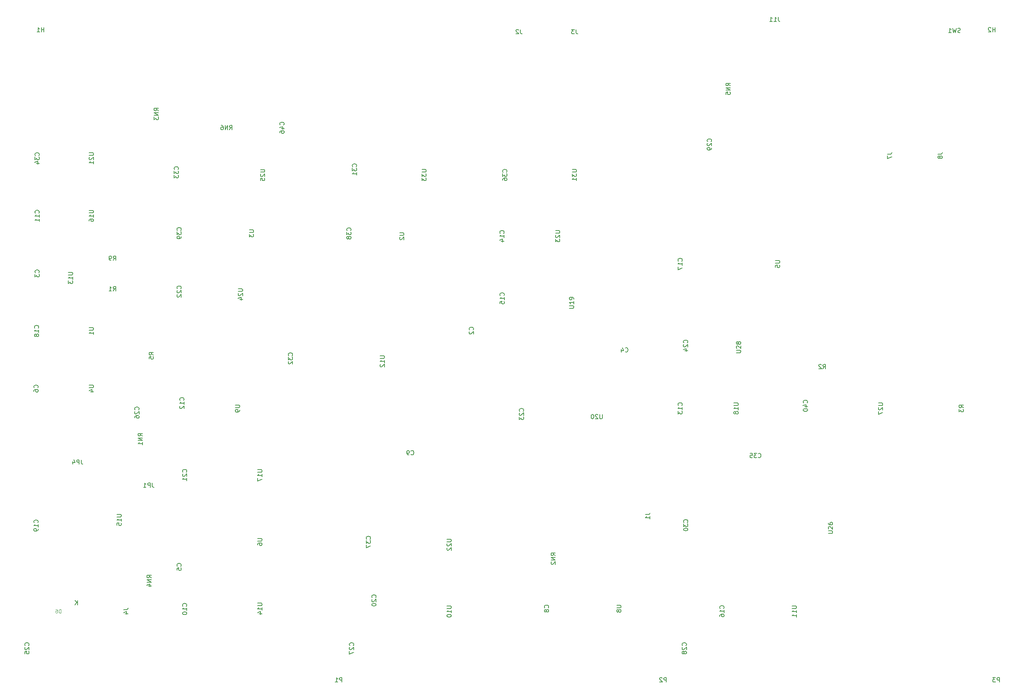
<source format=gbr>
%TF.GenerationSoftware,KiCad,Pcbnew,(6.0.11)*%
%TF.CreationDate,2024-07-20T15:46:00-05:00*%
%TF.ProjectId,processor.80C188,70726f63-6573-4736-9f72-2e3830433138,v1.2*%
%TF.SameCoordinates,Original*%
%TF.FileFunction,Legend,Bot*%
%TF.FilePolarity,Positive*%
%FSLAX46Y46*%
G04 Gerber Fmt 4.6, Leading zero omitted, Abs format (unit mm)*
G04 Created by KiCad (PCBNEW (6.0.11)) date 2024-07-20 15:46:00*
%MOMM*%
%LPD*%
G01*
G04 APERTURE LIST*
%ADD10C,0.150000*%
%ADD11C,0.120000*%
G04 APERTURE END LIST*
D10*
%TO.C,P1*%
X112738095Y-226452380D02*
X112738095Y-225452380D01*
X112357142Y-225452380D01*
X112261904Y-225500000D01*
X112214285Y-225547619D01*
X112166666Y-225642857D01*
X112166666Y-225785714D01*
X112214285Y-225880952D01*
X112261904Y-225928571D01*
X112357142Y-225976190D01*
X112738095Y-225976190D01*
X111214285Y-226452380D02*
X111785714Y-226452380D01*
X111500000Y-226452380D02*
X111500000Y-225452380D01*
X111595238Y-225595238D01*
X111690476Y-225690476D01*
X111785714Y-225738095D01*
%TO.C,C2*%
X142672142Y-146013333D02*
X142719761Y-145965714D01*
X142767380Y-145822857D01*
X142767380Y-145727619D01*
X142719761Y-145584761D01*
X142624523Y-145489523D01*
X142529285Y-145441904D01*
X142338809Y-145394285D01*
X142195952Y-145394285D01*
X142005476Y-145441904D01*
X141910238Y-145489523D01*
X141815000Y-145584761D01*
X141767380Y-145727619D01*
X141767380Y-145822857D01*
X141815000Y-145965714D01*
X141862619Y-146013333D01*
X141862619Y-146394285D02*
X141815000Y-146441904D01*
X141767380Y-146537142D01*
X141767380Y-146775238D01*
X141815000Y-146870476D01*
X141862619Y-146918095D01*
X141957857Y-146965714D01*
X142053095Y-146965714D01*
X142195952Y-146918095D01*
X142767380Y-146346666D01*
X142767380Y-146965714D01*
%TO.C,C3*%
X43612142Y-132938333D02*
X43659761Y-132890714D01*
X43707380Y-132747857D01*
X43707380Y-132652619D01*
X43659761Y-132509761D01*
X43564523Y-132414523D01*
X43469285Y-132366904D01*
X43278809Y-132319285D01*
X43135952Y-132319285D01*
X42945476Y-132366904D01*
X42850238Y-132414523D01*
X42755000Y-132509761D01*
X42707380Y-132652619D01*
X42707380Y-132747857D01*
X42755000Y-132890714D01*
X42802619Y-132938333D01*
X42707380Y-133271666D02*
X42707380Y-133890714D01*
X43088333Y-133557380D01*
X43088333Y-133700238D01*
X43135952Y-133795476D01*
X43183571Y-133843095D01*
X43278809Y-133890714D01*
X43516904Y-133890714D01*
X43612142Y-133843095D01*
X43659761Y-133795476D01*
X43707380Y-133700238D01*
X43707380Y-133414523D01*
X43659761Y-133319285D01*
X43612142Y-133271666D01*
%TO.C,C4*%
X177366666Y-150982142D02*
X177414285Y-151029761D01*
X177557142Y-151077380D01*
X177652380Y-151077380D01*
X177795238Y-151029761D01*
X177890476Y-150934523D01*
X177938095Y-150839285D01*
X177985714Y-150648809D01*
X177985714Y-150505952D01*
X177938095Y-150315476D01*
X177890476Y-150220238D01*
X177795238Y-150125000D01*
X177652380Y-150077380D01*
X177557142Y-150077380D01*
X177414285Y-150125000D01*
X177366666Y-150172619D01*
X176509523Y-150410714D02*
X176509523Y-151077380D01*
X176747619Y-150029761D02*
X176985714Y-150744047D01*
X176366666Y-150744047D01*
%TO.C,C5*%
X75997142Y-199988333D02*
X76044761Y-199940714D01*
X76092380Y-199797857D01*
X76092380Y-199702619D01*
X76044761Y-199559761D01*
X75949523Y-199464523D01*
X75854285Y-199416904D01*
X75663809Y-199369285D01*
X75520952Y-199369285D01*
X75330476Y-199416904D01*
X75235238Y-199464523D01*
X75140000Y-199559761D01*
X75092380Y-199702619D01*
X75092380Y-199797857D01*
X75140000Y-199940714D01*
X75187619Y-199988333D01*
X75092380Y-200893095D02*
X75092380Y-200416904D01*
X75568571Y-200369285D01*
X75520952Y-200416904D01*
X75473333Y-200512142D01*
X75473333Y-200750238D01*
X75520952Y-200845476D01*
X75568571Y-200893095D01*
X75663809Y-200940714D01*
X75901904Y-200940714D01*
X75997142Y-200893095D01*
X76044761Y-200845476D01*
X76092380Y-200750238D01*
X76092380Y-200512142D01*
X76044761Y-200416904D01*
X75997142Y-200369285D01*
%TO.C,C6*%
X43357142Y-159233333D02*
X43404761Y-159185714D01*
X43452380Y-159042857D01*
X43452380Y-158947619D01*
X43404761Y-158804761D01*
X43309523Y-158709523D01*
X43214285Y-158661904D01*
X43023809Y-158614285D01*
X42880952Y-158614285D01*
X42690476Y-158661904D01*
X42595238Y-158709523D01*
X42500000Y-158804761D01*
X42452380Y-158947619D01*
X42452380Y-159042857D01*
X42500000Y-159185714D01*
X42547619Y-159233333D01*
X42452380Y-160090476D02*
X42452380Y-159900000D01*
X42500000Y-159804761D01*
X42547619Y-159757142D01*
X42690476Y-159661904D01*
X42880952Y-159614285D01*
X43261904Y-159614285D01*
X43357142Y-159661904D01*
X43404761Y-159709523D01*
X43452380Y-159804761D01*
X43452380Y-159995238D01*
X43404761Y-160090476D01*
X43357142Y-160138095D01*
X43261904Y-160185714D01*
X43023809Y-160185714D01*
X42928571Y-160138095D01*
X42880952Y-160090476D01*
X42833333Y-159995238D01*
X42833333Y-159804761D01*
X42880952Y-159709523D01*
X42928571Y-159661904D01*
X43023809Y-159614285D01*
%TO.C,C8*%
X159817142Y-209513333D02*
X159864761Y-209465714D01*
X159912380Y-209322857D01*
X159912380Y-209227619D01*
X159864761Y-209084761D01*
X159769523Y-208989523D01*
X159674285Y-208941904D01*
X159483809Y-208894285D01*
X159340952Y-208894285D01*
X159150476Y-208941904D01*
X159055238Y-208989523D01*
X158960000Y-209084761D01*
X158912380Y-209227619D01*
X158912380Y-209322857D01*
X158960000Y-209465714D01*
X159007619Y-209513333D01*
X159340952Y-210084761D02*
X159293333Y-209989523D01*
X159245714Y-209941904D01*
X159150476Y-209894285D01*
X159102857Y-209894285D01*
X159007619Y-209941904D01*
X158960000Y-209989523D01*
X158912380Y-210084761D01*
X158912380Y-210275238D01*
X158960000Y-210370476D01*
X159007619Y-210418095D01*
X159102857Y-210465714D01*
X159150476Y-210465714D01*
X159245714Y-210418095D01*
X159293333Y-210370476D01*
X159340952Y-210275238D01*
X159340952Y-210084761D01*
X159388571Y-209989523D01*
X159436190Y-209941904D01*
X159531428Y-209894285D01*
X159721904Y-209894285D01*
X159817142Y-209941904D01*
X159864761Y-209989523D01*
X159912380Y-210084761D01*
X159912380Y-210275238D01*
X159864761Y-210370476D01*
X159817142Y-210418095D01*
X159721904Y-210465714D01*
X159531428Y-210465714D01*
X159436190Y-210418095D01*
X159388571Y-210370476D01*
X159340952Y-210275238D01*
%TO.C,C9*%
X128511666Y-174477142D02*
X128559285Y-174524761D01*
X128702142Y-174572380D01*
X128797380Y-174572380D01*
X128940238Y-174524761D01*
X129035476Y-174429523D01*
X129083095Y-174334285D01*
X129130714Y-174143809D01*
X129130714Y-174000952D01*
X129083095Y-173810476D01*
X129035476Y-173715238D01*
X128940238Y-173620000D01*
X128797380Y-173572380D01*
X128702142Y-173572380D01*
X128559285Y-173620000D01*
X128511666Y-173667619D01*
X128035476Y-174572380D02*
X127845000Y-174572380D01*
X127749761Y-174524761D01*
X127702142Y-174477142D01*
X127606904Y-174334285D01*
X127559285Y-174143809D01*
X127559285Y-173762857D01*
X127606904Y-173667619D01*
X127654523Y-173620000D01*
X127749761Y-173572380D01*
X127940238Y-173572380D01*
X128035476Y-173620000D01*
X128083095Y-173667619D01*
X128130714Y-173762857D01*
X128130714Y-174000952D01*
X128083095Y-174096190D01*
X128035476Y-174143809D01*
X127940238Y-174191428D01*
X127749761Y-174191428D01*
X127654523Y-174143809D01*
X127606904Y-174096190D01*
X127559285Y-174000952D01*
%TO.C,C10*%
X77267142Y-209127142D02*
X77314761Y-209079523D01*
X77362380Y-208936666D01*
X77362380Y-208841428D01*
X77314761Y-208698571D01*
X77219523Y-208603333D01*
X77124285Y-208555714D01*
X76933809Y-208508095D01*
X76790952Y-208508095D01*
X76600476Y-208555714D01*
X76505238Y-208603333D01*
X76410000Y-208698571D01*
X76362380Y-208841428D01*
X76362380Y-208936666D01*
X76410000Y-209079523D01*
X76457619Y-209127142D01*
X77362380Y-210079523D02*
X77362380Y-209508095D01*
X77362380Y-209793809D02*
X76362380Y-209793809D01*
X76505238Y-209698571D01*
X76600476Y-209603333D01*
X76648095Y-209508095D01*
X76362380Y-210698571D02*
X76362380Y-210793809D01*
X76410000Y-210889047D01*
X76457619Y-210936666D01*
X76552857Y-210984285D01*
X76743333Y-211031904D01*
X76981428Y-211031904D01*
X77171904Y-210984285D01*
X77267142Y-210936666D01*
X77314761Y-210889047D01*
X77362380Y-210793809D01*
X77362380Y-210698571D01*
X77314761Y-210603333D01*
X77267142Y-210555714D01*
X77171904Y-210508095D01*
X76981428Y-210460476D01*
X76743333Y-210460476D01*
X76552857Y-210508095D01*
X76457619Y-210555714D01*
X76410000Y-210603333D01*
X76362380Y-210698571D01*
%TO.C,C11*%
X43612142Y-119314642D02*
X43659761Y-119267023D01*
X43707380Y-119124166D01*
X43707380Y-119028928D01*
X43659761Y-118886071D01*
X43564523Y-118790833D01*
X43469285Y-118743214D01*
X43278809Y-118695595D01*
X43135952Y-118695595D01*
X42945476Y-118743214D01*
X42850238Y-118790833D01*
X42755000Y-118886071D01*
X42707380Y-119028928D01*
X42707380Y-119124166D01*
X42755000Y-119267023D01*
X42802619Y-119314642D01*
X43707380Y-120267023D02*
X43707380Y-119695595D01*
X43707380Y-119981309D02*
X42707380Y-119981309D01*
X42850238Y-119886071D01*
X42945476Y-119790833D01*
X42993095Y-119695595D01*
X43707380Y-121219404D02*
X43707380Y-120647976D01*
X43707380Y-120933690D02*
X42707380Y-120933690D01*
X42850238Y-120838452D01*
X42945476Y-120743214D01*
X42993095Y-120647976D01*
%TO.C,C14*%
X149657142Y-123947142D02*
X149704761Y-123899523D01*
X149752380Y-123756666D01*
X149752380Y-123661428D01*
X149704761Y-123518571D01*
X149609523Y-123423333D01*
X149514285Y-123375714D01*
X149323809Y-123328095D01*
X149180952Y-123328095D01*
X148990476Y-123375714D01*
X148895238Y-123423333D01*
X148800000Y-123518571D01*
X148752380Y-123661428D01*
X148752380Y-123756666D01*
X148800000Y-123899523D01*
X148847619Y-123947142D01*
X149752380Y-124899523D02*
X149752380Y-124328095D01*
X149752380Y-124613809D02*
X148752380Y-124613809D01*
X148895238Y-124518571D01*
X148990476Y-124423333D01*
X149038095Y-124328095D01*
X149085714Y-125756666D02*
X149752380Y-125756666D01*
X148704761Y-125518571D02*
X149419047Y-125280476D01*
X149419047Y-125899523D01*
%TO.C,C15*%
X149687142Y-138162142D02*
X149734761Y-138114523D01*
X149782380Y-137971666D01*
X149782380Y-137876428D01*
X149734761Y-137733571D01*
X149639523Y-137638333D01*
X149544285Y-137590714D01*
X149353809Y-137543095D01*
X149210952Y-137543095D01*
X149020476Y-137590714D01*
X148925238Y-137638333D01*
X148830000Y-137733571D01*
X148782380Y-137876428D01*
X148782380Y-137971666D01*
X148830000Y-138114523D01*
X148877619Y-138162142D01*
X149782380Y-139114523D02*
X149782380Y-138543095D01*
X149782380Y-138828809D02*
X148782380Y-138828809D01*
X148925238Y-138733571D01*
X149020476Y-138638333D01*
X149068095Y-138543095D01*
X148782380Y-140019285D02*
X148782380Y-139543095D01*
X149258571Y-139495476D01*
X149210952Y-139543095D01*
X149163333Y-139638333D01*
X149163333Y-139876428D01*
X149210952Y-139971666D01*
X149258571Y-140019285D01*
X149353809Y-140066904D01*
X149591904Y-140066904D01*
X149687142Y-140019285D01*
X149734761Y-139971666D01*
X149782380Y-139876428D01*
X149782380Y-139638333D01*
X149734761Y-139543095D01*
X149687142Y-139495476D01*
%TO.C,C25*%
X41286742Y-218107142D02*
X41334361Y-218059523D01*
X41381980Y-217916666D01*
X41381980Y-217821428D01*
X41334361Y-217678571D01*
X41239123Y-217583333D01*
X41143885Y-217535714D01*
X40953409Y-217488095D01*
X40810552Y-217488095D01*
X40620076Y-217535714D01*
X40524838Y-217583333D01*
X40429600Y-217678571D01*
X40381980Y-217821428D01*
X40381980Y-217916666D01*
X40429600Y-218059523D01*
X40477219Y-218107142D01*
X40477219Y-218488095D02*
X40429600Y-218535714D01*
X40381980Y-218630952D01*
X40381980Y-218869047D01*
X40429600Y-218964285D01*
X40477219Y-219011904D01*
X40572457Y-219059523D01*
X40667695Y-219059523D01*
X40810552Y-219011904D01*
X41381980Y-218440476D01*
X41381980Y-219059523D01*
X40381980Y-219964285D02*
X40381980Y-219488095D01*
X40858171Y-219440476D01*
X40810552Y-219488095D01*
X40762933Y-219583333D01*
X40762933Y-219821428D01*
X40810552Y-219916666D01*
X40858171Y-219964285D01*
X40953409Y-220011904D01*
X41191504Y-220011904D01*
X41286742Y-219964285D01*
X41334361Y-219916666D01*
X41381980Y-219821428D01*
X41381980Y-219583333D01*
X41334361Y-219488095D01*
X41286742Y-219440476D01*
%TO.C,C26*%
X66377042Y-164257142D02*
X66424661Y-164209523D01*
X66472280Y-164066666D01*
X66472280Y-163971428D01*
X66424661Y-163828571D01*
X66329423Y-163733333D01*
X66234185Y-163685714D01*
X66043709Y-163638095D01*
X65900852Y-163638095D01*
X65710376Y-163685714D01*
X65615138Y-163733333D01*
X65519900Y-163828571D01*
X65472280Y-163971428D01*
X65472280Y-164066666D01*
X65519900Y-164209523D01*
X65567519Y-164257142D01*
X65567519Y-164638095D02*
X65519900Y-164685714D01*
X65472280Y-164780952D01*
X65472280Y-165019047D01*
X65519900Y-165114285D01*
X65567519Y-165161904D01*
X65662757Y-165209523D01*
X65757995Y-165209523D01*
X65900852Y-165161904D01*
X66472280Y-164590476D01*
X66472280Y-165209523D01*
X65472280Y-166066666D02*
X65472280Y-165876190D01*
X65519900Y-165780952D01*
X65567519Y-165733333D01*
X65710376Y-165638095D01*
X65900852Y-165590476D01*
X66281804Y-165590476D01*
X66377042Y-165638095D01*
X66424661Y-165685714D01*
X66472280Y-165780952D01*
X66472280Y-165971428D01*
X66424661Y-166066666D01*
X66377042Y-166114285D01*
X66281804Y-166161904D01*
X66043709Y-166161904D01*
X65948471Y-166114285D01*
X65900852Y-166066666D01*
X65853233Y-165971428D01*
X65853233Y-165780952D01*
X65900852Y-165685714D01*
X65948471Y-165638095D01*
X66043709Y-165590476D01*
%TO.C,C17*%
X190297142Y-130297142D02*
X190344761Y-130249523D01*
X190392380Y-130106666D01*
X190392380Y-130011428D01*
X190344761Y-129868571D01*
X190249523Y-129773333D01*
X190154285Y-129725714D01*
X189963809Y-129678095D01*
X189820952Y-129678095D01*
X189630476Y-129725714D01*
X189535238Y-129773333D01*
X189440000Y-129868571D01*
X189392380Y-130011428D01*
X189392380Y-130106666D01*
X189440000Y-130249523D01*
X189487619Y-130297142D01*
X190392380Y-131249523D02*
X190392380Y-130678095D01*
X190392380Y-130963809D02*
X189392380Y-130963809D01*
X189535238Y-130868571D01*
X189630476Y-130773333D01*
X189678095Y-130678095D01*
X189392380Y-131582857D02*
X189392380Y-132249523D01*
X190392380Y-131820952D01*
%TO.C,C20*%
X120447142Y-207172142D02*
X120494761Y-207124523D01*
X120542380Y-206981666D01*
X120542380Y-206886428D01*
X120494761Y-206743571D01*
X120399523Y-206648333D01*
X120304285Y-206600714D01*
X120113809Y-206553095D01*
X119970952Y-206553095D01*
X119780476Y-206600714D01*
X119685238Y-206648333D01*
X119590000Y-206743571D01*
X119542380Y-206886428D01*
X119542380Y-206981666D01*
X119590000Y-207124523D01*
X119637619Y-207172142D01*
X119637619Y-207553095D02*
X119590000Y-207600714D01*
X119542380Y-207695952D01*
X119542380Y-207934047D01*
X119590000Y-208029285D01*
X119637619Y-208076904D01*
X119732857Y-208124523D01*
X119828095Y-208124523D01*
X119970952Y-208076904D01*
X120542380Y-207505476D01*
X120542380Y-208124523D01*
X119542380Y-208743571D02*
X119542380Y-208838809D01*
X119590000Y-208934047D01*
X119637619Y-208981666D01*
X119732857Y-209029285D01*
X119923333Y-209076904D01*
X120161428Y-209076904D01*
X120351904Y-209029285D01*
X120447142Y-208981666D01*
X120494761Y-208934047D01*
X120542380Y-208838809D01*
X120542380Y-208743571D01*
X120494761Y-208648333D01*
X120447142Y-208600714D01*
X120351904Y-208553095D01*
X120161428Y-208505476D01*
X119923333Y-208505476D01*
X119732857Y-208553095D01*
X119637619Y-208600714D01*
X119590000Y-208648333D01*
X119542380Y-208743571D01*
%TO.C,C21*%
X77267142Y-178517142D02*
X77314761Y-178469523D01*
X77362380Y-178326666D01*
X77362380Y-178231428D01*
X77314761Y-178088571D01*
X77219523Y-177993333D01*
X77124285Y-177945714D01*
X76933809Y-177898095D01*
X76790952Y-177898095D01*
X76600476Y-177945714D01*
X76505238Y-177993333D01*
X76410000Y-178088571D01*
X76362380Y-178231428D01*
X76362380Y-178326666D01*
X76410000Y-178469523D01*
X76457619Y-178517142D01*
X76457619Y-178898095D02*
X76410000Y-178945714D01*
X76362380Y-179040952D01*
X76362380Y-179279047D01*
X76410000Y-179374285D01*
X76457619Y-179421904D01*
X76552857Y-179469523D01*
X76648095Y-179469523D01*
X76790952Y-179421904D01*
X77362380Y-178850476D01*
X77362380Y-179469523D01*
X77362380Y-180421904D02*
X77362380Y-179850476D01*
X77362380Y-180136190D02*
X76362380Y-180136190D01*
X76505238Y-180040952D01*
X76600476Y-179945714D01*
X76648095Y-179850476D01*
%TO.C,C22*%
X75997142Y-136607142D02*
X76044761Y-136559523D01*
X76092380Y-136416666D01*
X76092380Y-136321428D01*
X76044761Y-136178571D01*
X75949523Y-136083333D01*
X75854285Y-136035714D01*
X75663809Y-135988095D01*
X75520952Y-135988095D01*
X75330476Y-136035714D01*
X75235238Y-136083333D01*
X75140000Y-136178571D01*
X75092380Y-136321428D01*
X75092380Y-136416666D01*
X75140000Y-136559523D01*
X75187619Y-136607142D01*
X75187619Y-136988095D02*
X75140000Y-137035714D01*
X75092380Y-137130952D01*
X75092380Y-137369047D01*
X75140000Y-137464285D01*
X75187619Y-137511904D01*
X75282857Y-137559523D01*
X75378095Y-137559523D01*
X75520952Y-137511904D01*
X76092380Y-136940476D01*
X76092380Y-137559523D01*
X75187619Y-137940476D02*
X75140000Y-137988095D01*
X75092380Y-138083333D01*
X75092380Y-138321428D01*
X75140000Y-138416666D01*
X75187619Y-138464285D01*
X75282857Y-138511904D01*
X75378095Y-138511904D01*
X75520952Y-138464285D01*
X76092380Y-137892857D01*
X76092380Y-138511904D01*
%TO.C,C23*%
X154102142Y-164587142D02*
X154149761Y-164539523D01*
X154197380Y-164396666D01*
X154197380Y-164301428D01*
X154149761Y-164158571D01*
X154054523Y-164063333D01*
X153959285Y-164015714D01*
X153768809Y-163968095D01*
X153625952Y-163968095D01*
X153435476Y-164015714D01*
X153340238Y-164063333D01*
X153245000Y-164158571D01*
X153197380Y-164301428D01*
X153197380Y-164396666D01*
X153245000Y-164539523D01*
X153292619Y-164587142D01*
X153292619Y-164968095D02*
X153245000Y-165015714D01*
X153197380Y-165110952D01*
X153197380Y-165349047D01*
X153245000Y-165444285D01*
X153292619Y-165491904D01*
X153387857Y-165539523D01*
X153483095Y-165539523D01*
X153625952Y-165491904D01*
X154197380Y-164920476D01*
X154197380Y-165539523D01*
X153197380Y-165872857D02*
X153197380Y-166491904D01*
X153578333Y-166158571D01*
X153578333Y-166301428D01*
X153625952Y-166396666D01*
X153673571Y-166444285D01*
X153768809Y-166491904D01*
X154006904Y-166491904D01*
X154102142Y-166444285D01*
X154149761Y-166396666D01*
X154197380Y-166301428D01*
X154197380Y-166015714D01*
X154149761Y-165920476D01*
X154102142Y-165872857D01*
%TO.C,C27*%
X115357142Y-218107142D02*
X115404761Y-218059523D01*
X115452380Y-217916666D01*
X115452380Y-217821428D01*
X115404761Y-217678571D01*
X115309523Y-217583333D01*
X115214285Y-217535714D01*
X115023809Y-217488095D01*
X114880952Y-217488095D01*
X114690476Y-217535714D01*
X114595238Y-217583333D01*
X114500000Y-217678571D01*
X114452380Y-217821428D01*
X114452380Y-217916666D01*
X114500000Y-218059523D01*
X114547619Y-218107142D01*
X114547619Y-218488095D02*
X114500000Y-218535714D01*
X114452380Y-218630952D01*
X114452380Y-218869047D01*
X114500000Y-218964285D01*
X114547619Y-219011904D01*
X114642857Y-219059523D01*
X114738095Y-219059523D01*
X114880952Y-219011904D01*
X115452380Y-218440476D01*
X115452380Y-219059523D01*
X114452380Y-219392857D02*
X114452380Y-220059523D01*
X115452380Y-219630952D01*
%TO.C,C28*%
X191241842Y-218107142D02*
X191289461Y-218059523D01*
X191337080Y-217916666D01*
X191337080Y-217821428D01*
X191289461Y-217678571D01*
X191194223Y-217583333D01*
X191098985Y-217535714D01*
X190908509Y-217488095D01*
X190765652Y-217488095D01*
X190575176Y-217535714D01*
X190479938Y-217583333D01*
X190384700Y-217678571D01*
X190337080Y-217821428D01*
X190337080Y-217916666D01*
X190384700Y-218059523D01*
X190432319Y-218107142D01*
X190432319Y-218488095D02*
X190384700Y-218535714D01*
X190337080Y-218630952D01*
X190337080Y-218869047D01*
X190384700Y-218964285D01*
X190432319Y-219011904D01*
X190527557Y-219059523D01*
X190622795Y-219059523D01*
X190765652Y-219011904D01*
X191337080Y-218440476D01*
X191337080Y-219059523D01*
X190765652Y-219630952D02*
X190718033Y-219535714D01*
X190670414Y-219488095D01*
X190575176Y-219440476D01*
X190527557Y-219440476D01*
X190432319Y-219488095D01*
X190384700Y-219535714D01*
X190337080Y-219630952D01*
X190337080Y-219821428D01*
X190384700Y-219916666D01*
X190432319Y-219964285D01*
X190527557Y-220011904D01*
X190575176Y-220011904D01*
X190670414Y-219964285D01*
X190718033Y-219916666D01*
X190765652Y-219821428D01*
X190765652Y-219630952D01*
X190813271Y-219535714D01*
X190860890Y-219488095D01*
X190956128Y-219440476D01*
X191146604Y-219440476D01*
X191241842Y-219488095D01*
X191289461Y-219535714D01*
X191337080Y-219630952D01*
X191337080Y-219821428D01*
X191289461Y-219916666D01*
X191241842Y-219964285D01*
X191146604Y-220011904D01*
X190956128Y-220011904D01*
X190860890Y-219964285D01*
X190813271Y-219916666D01*
X190765652Y-219821428D01*
%TO.C,C29*%
X196972154Y-102992142D02*
X197019773Y-102944523D01*
X197067392Y-102801666D01*
X197067392Y-102706428D01*
X197019773Y-102563571D01*
X196924535Y-102468333D01*
X196829297Y-102420714D01*
X196638821Y-102373095D01*
X196495964Y-102373095D01*
X196305488Y-102420714D01*
X196210250Y-102468333D01*
X196115012Y-102563571D01*
X196067392Y-102706428D01*
X196067392Y-102801666D01*
X196115012Y-102944523D01*
X196162631Y-102992142D01*
X196162631Y-103373095D02*
X196115012Y-103420714D01*
X196067392Y-103515952D01*
X196067392Y-103754047D01*
X196115012Y-103849285D01*
X196162631Y-103896904D01*
X196257869Y-103944523D01*
X196353107Y-103944523D01*
X196495964Y-103896904D01*
X197067392Y-103325476D01*
X197067392Y-103944523D01*
X197067392Y-104420714D02*
X197067392Y-104611190D01*
X197019773Y-104706428D01*
X196972154Y-104754047D01*
X196829297Y-104849285D01*
X196638821Y-104896904D01*
X196257869Y-104896904D01*
X196162631Y-104849285D01*
X196115012Y-104801666D01*
X196067392Y-104706428D01*
X196067392Y-104515952D01*
X196115012Y-104420714D01*
X196162631Y-104373095D01*
X196257869Y-104325476D01*
X196495964Y-104325476D01*
X196591202Y-104373095D01*
X196638821Y-104420714D01*
X196686440Y-104515952D01*
X196686440Y-104706428D01*
X196638821Y-104801666D01*
X196591202Y-104849285D01*
X196495964Y-104896904D01*
D11*
%TO.C,D6*%
X48625476Y-210676904D02*
X48625476Y-209876904D01*
X48435000Y-209876904D01*
X48320714Y-209915000D01*
X48244523Y-209991190D01*
X48206428Y-210067380D01*
X48168333Y-210219761D01*
X48168333Y-210334047D01*
X48206428Y-210486428D01*
X48244523Y-210562619D01*
X48320714Y-210638809D01*
X48435000Y-210676904D01*
X48625476Y-210676904D01*
X47482619Y-209876904D02*
X47635000Y-209876904D01*
X47711190Y-209915000D01*
X47749285Y-209953095D01*
X47825476Y-210067380D01*
X47863571Y-210219761D01*
X47863571Y-210524523D01*
X47825476Y-210600714D01*
X47787380Y-210638809D01*
X47711190Y-210676904D01*
X47558809Y-210676904D01*
X47482619Y-210638809D01*
X47444523Y-210600714D01*
X47406428Y-210524523D01*
X47406428Y-210334047D01*
X47444523Y-210257857D01*
X47482619Y-210219761D01*
X47558809Y-210181666D01*
X47711190Y-210181666D01*
X47787380Y-210219761D01*
X47825476Y-210257857D01*
X47863571Y-210334047D01*
D10*
X52406904Y-208812380D02*
X52406904Y-207812380D01*
X51835476Y-208812380D02*
X52264047Y-208240952D01*
X51835476Y-207812380D02*
X52406904Y-208383809D01*
%TO.C,R5*%
X69742380Y-151728333D02*
X69266190Y-151395000D01*
X69742380Y-151156904D02*
X68742380Y-151156904D01*
X68742380Y-151537857D01*
X68790000Y-151633095D01*
X68837619Y-151680714D01*
X68932857Y-151728333D01*
X69075714Y-151728333D01*
X69170952Y-151680714D01*
X69218571Y-151633095D01*
X69266190Y-151537857D01*
X69266190Y-151156904D01*
X68742380Y-152633095D02*
X68742380Y-152156904D01*
X69218571Y-152109285D01*
X69170952Y-152156904D01*
X69123333Y-152252142D01*
X69123333Y-152490238D01*
X69170952Y-152585476D01*
X69218571Y-152633095D01*
X69313809Y-152680714D01*
X69551904Y-152680714D01*
X69647142Y-152633095D01*
X69694761Y-152585476D01*
X69742380Y-152490238D01*
X69742380Y-152252142D01*
X69694761Y-152156904D01*
X69647142Y-152109285D01*
%TO.C,U4*%
X55072380Y-158628095D02*
X55881904Y-158628095D01*
X55977142Y-158675714D01*
X56024761Y-158723333D01*
X56072380Y-158818571D01*
X56072380Y-159009047D01*
X56024761Y-159104285D01*
X55977142Y-159151904D01*
X55881904Y-159199523D01*
X55072380Y-159199523D01*
X55405714Y-160104285D02*
X56072380Y-160104285D01*
X55024761Y-159866190D02*
X55739047Y-159628095D01*
X55739047Y-160247142D01*
%TO.C,U6*%
X93512380Y-193668095D02*
X94321904Y-193668095D01*
X94417142Y-193715714D01*
X94464761Y-193763333D01*
X94512380Y-193858571D01*
X94512380Y-194049047D01*
X94464761Y-194144285D01*
X94417142Y-194191904D01*
X94321904Y-194239523D01*
X93512380Y-194239523D01*
X93512380Y-195144285D02*
X93512380Y-194953809D01*
X93560000Y-194858571D01*
X93607619Y-194810952D01*
X93750476Y-194715714D01*
X93940952Y-194668095D01*
X94321904Y-194668095D01*
X94417142Y-194715714D01*
X94464761Y-194763333D01*
X94512380Y-194858571D01*
X94512380Y-195049047D01*
X94464761Y-195144285D01*
X94417142Y-195191904D01*
X94321904Y-195239523D01*
X94083809Y-195239523D01*
X93988571Y-195191904D01*
X93940952Y-195144285D01*
X93893333Y-195049047D01*
X93893333Y-194858571D01*
X93940952Y-194763333D01*
X93988571Y-194715714D01*
X94083809Y-194668095D01*
%TO.C,U8*%
X175422380Y-208908095D02*
X176231904Y-208908095D01*
X176327142Y-208955714D01*
X176374761Y-209003333D01*
X176422380Y-209098571D01*
X176422380Y-209289047D01*
X176374761Y-209384285D01*
X176327142Y-209431904D01*
X176231904Y-209479523D01*
X175422380Y-209479523D01*
X175850952Y-210098571D02*
X175803333Y-210003333D01*
X175755714Y-209955714D01*
X175660476Y-209908095D01*
X175612857Y-209908095D01*
X175517619Y-209955714D01*
X175470000Y-210003333D01*
X175422380Y-210098571D01*
X175422380Y-210289047D01*
X175470000Y-210384285D01*
X175517619Y-210431904D01*
X175612857Y-210479523D01*
X175660476Y-210479523D01*
X175755714Y-210431904D01*
X175803333Y-210384285D01*
X175850952Y-210289047D01*
X175850952Y-210098571D01*
X175898571Y-210003333D01*
X175946190Y-209955714D01*
X176041428Y-209908095D01*
X176231904Y-209908095D01*
X176327142Y-209955714D01*
X176374761Y-210003333D01*
X176422380Y-210098571D01*
X176422380Y-210289047D01*
X176374761Y-210384285D01*
X176327142Y-210431904D01*
X176231904Y-210479523D01*
X176041428Y-210479523D01*
X175946190Y-210431904D01*
X175898571Y-210384285D01*
X175850952Y-210289047D01*
%TO.C,U15*%
X61422380Y-188151904D02*
X62231904Y-188151904D01*
X62327142Y-188199523D01*
X62374761Y-188247142D01*
X62422380Y-188342380D01*
X62422380Y-188532857D01*
X62374761Y-188628095D01*
X62327142Y-188675714D01*
X62231904Y-188723333D01*
X61422380Y-188723333D01*
X62422380Y-189723333D02*
X62422380Y-189151904D01*
X62422380Y-189437619D02*
X61422380Y-189437619D01*
X61565238Y-189342380D01*
X61660476Y-189247142D01*
X61708095Y-189151904D01*
X61422380Y-190628095D02*
X61422380Y-190151904D01*
X61898571Y-190104285D01*
X61850952Y-190151904D01*
X61803333Y-190247142D01*
X61803333Y-190485238D01*
X61850952Y-190580476D01*
X61898571Y-190628095D01*
X61993809Y-190675714D01*
X62231904Y-190675714D01*
X62327142Y-190628095D01*
X62374761Y-190580476D01*
X62422380Y-190485238D01*
X62422380Y-190247142D01*
X62374761Y-190151904D01*
X62327142Y-190104285D01*
%TO.C,U1*%
X55072380Y-145480595D02*
X55881904Y-145480595D01*
X55977142Y-145528214D01*
X56024761Y-145575833D01*
X56072380Y-145671071D01*
X56072380Y-145861547D01*
X56024761Y-145956785D01*
X55977142Y-146004404D01*
X55881904Y-146052023D01*
X55072380Y-146052023D01*
X56072380Y-147052023D02*
X56072380Y-146480595D01*
X56072380Y-146766309D02*
X55072380Y-146766309D01*
X55215238Y-146671071D01*
X55310476Y-146575833D01*
X55358095Y-146480595D01*
%TO.C,P2*%
X186738095Y-226452380D02*
X186738095Y-225452380D01*
X186357142Y-225452380D01*
X186261904Y-225500000D01*
X186214285Y-225547619D01*
X186166666Y-225642857D01*
X186166666Y-225785714D01*
X186214285Y-225880952D01*
X186261904Y-225928571D01*
X186357142Y-225976190D01*
X186738095Y-225976190D01*
X185785714Y-225547619D02*
X185738095Y-225500000D01*
X185642857Y-225452380D01*
X185404761Y-225452380D01*
X185309523Y-225500000D01*
X185261904Y-225547619D01*
X185214285Y-225642857D01*
X185214285Y-225738095D01*
X185261904Y-225880952D01*
X185833333Y-226452380D01*
X185214285Y-226452380D01*
%TO.C,H2*%
X261761904Y-77952380D02*
X261761904Y-76952380D01*
X261761904Y-77428571D02*
X261190476Y-77428571D01*
X261190476Y-77952380D02*
X261190476Y-76952380D01*
X260761904Y-77047619D02*
X260714285Y-77000000D01*
X260619047Y-76952380D01*
X260380952Y-76952380D01*
X260285714Y-77000000D01*
X260238095Y-77047619D01*
X260190476Y-77142857D01*
X260190476Y-77238095D01*
X260238095Y-77380952D01*
X260809523Y-77952380D01*
X260190476Y-77952380D01*
%TO.C,RN1*%
X67252380Y-170254523D02*
X66776190Y-169921190D01*
X67252380Y-169683095D02*
X66252380Y-169683095D01*
X66252380Y-170064047D01*
X66300000Y-170159285D01*
X66347619Y-170206904D01*
X66442857Y-170254523D01*
X66585714Y-170254523D01*
X66680952Y-170206904D01*
X66728571Y-170159285D01*
X66776190Y-170064047D01*
X66776190Y-169683095D01*
X67252380Y-170683095D02*
X66252380Y-170683095D01*
X67252380Y-171254523D01*
X66252380Y-171254523D01*
X67252380Y-172254523D02*
X67252380Y-171683095D01*
X67252380Y-171968809D02*
X66252380Y-171968809D01*
X66395238Y-171873571D01*
X66490476Y-171778333D01*
X66538095Y-171683095D01*
%TO.C,U11*%
X215432380Y-209066904D02*
X216241904Y-209066904D01*
X216337142Y-209114523D01*
X216384761Y-209162142D01*
X216432380Y-209257380D01*
X216432380Y-209447857D01*
X216384761Y-209543095D01*
X216337142Y-209590714D01*
X216241904Y-209638333D01*
X215432380Y-209638333D01*
X216432380Y-210638333D02*
X216432380Y-210066904D01*
X216432380Y-210352619D02*
X215432380Y-210352619D01*
X215575238Y-210257380D01*
X215670476Y-210162142D01*
X215718095Y-210066904D01*
X216432380Y-211590714D02*
X216432380Y-211019285D01*
X216432380Y-211305000D02*
X215432380Y-211305000D01*
X215575238Y-211209761D01*
X215670476Y-211114523D01*
X215718095Y-211019285D01*
%TO.C,C19*%
X43357142Y-190057142D02*
X43404761Y-190009523D01*
X43452380Y-189866666D01*
X43452380Y-189771428D01*
X43404761Y-189628571D01*
X43309523Y-189533333D01*
X43214285Y-189485714D01*
X43023809Y-189438095D01*
X42880952Y-189438095D01*
X42690476Y-189485714D01*
X42595238Y-189533333D01*
X42500000Y-189628571D01*
X42452380Y-189771428D01*
X42452380Y-189866666D01*
X42500000Y-190009523D01*
X42547619Y-190057142D01*
X43452380Y-191009523D02*
X43452380Y-190438095D01*
X43452380Y-190723809D02*
X42452380Y-190723809D01*
X42595238Y-190628571D01*
X42690476Y-190533333D01*
X42738095Y-190438095D01*
X43452380Y-191485714D02*
X43452380Y-191676190D01*
X43404761Y-191771428D01*
X43357142Y-191819047D01*
X43214285Y-191914285D01*
X43023809Y-191961904D01*
X42642857Y-191961904D01*
X42547619Y-191914285D01*
X42500000Y-191866666D01*
X42452380Y-191771428D01*
X42452380Y-191580952D01*
X42500000Y-191485714D01*
X42547619Y-191438095D01*
X42642857Y-191390476D01*
X42880952Y-191390476D01*
X42976190Y-191438095D01*
X43023809Y-191485714D01*
X43071428Y-191580952D01*
X43071428Y-191771428D01*
X43023809Y-191866666D01*
X42976190Y-191914285D01*
X42880952Y-191961904D01*
%TO.C,C18*%
X43482142Y-145609642D02*
X43529761Y-145562023D01*
X43577380Y-145419166D01*
X43577380Y-145323928D01*
X43529761Y-145181071D01*
X43434523Y-145085833D01*
X43339285Y-145038214D01*
X43148809Y-144990595D01*
X43005952Y-144990595D01*
X42815476Y-145038214D01*
X42720238Y-145085833D01*
X42625000Y-145181071D01*
X42577380Y-145323928D01*
X42577380Y-145419166D01*
X42625000Y-145562023D01*
X42672619Y-145609642D01*
X43577380Y-146562023D02*
X43577380Y-145990595D01*
X43577380Y-146276309D02*
X42577380Y-146276309D01*
X42720238Y-146181071D01*
X42815476Y-146085833D01*
X42863095Y-145990595D01*
X43005952Y-147133452D02*
X42958333Y-147038214D01*
X42910714Y-146990595D01*
X42815476Y-146942976D01*
X42767857Y-146942976D01*
X42672619Y-146990595D01*
X42625000Y-147038214D01*
X42577380Y-147133452D01*
X42577380Y-147323928D01*
X42625000Y-147419166D01*
X42672619Y-147466785D01*
X42767857Y-147514404D01*
X42815476Y-147514404D01*
X42910714Y-147466785D01*
X42958333Y-147419166D01*
X43005952Y-147323928D01*
X43005952Y-147133452D01*
X43053571Y-147038214D01*
X43101190Y-146990595D01*
X43196428Y-146942976D01*
X43386904Y-146942976D01*
X43482142Y-146990595D01*
X43529761Y-147038214D01*
X43577380Y-147133452D01*
X43577380Y-147323928D01*
X43529761Y-147419166D01*
X43482142Y-147466785D01*
X43386904Y-147514404D01*
X43196428Y-147514404D01*
X43101190Y-147466785D01*
X43053571Y-147419166D01*
X43005952Y-147323928D01*
%TO.C,C12*%
X76632142Y-162087142D02*
X76679761Y-162039523D01*
X76727380Y-161896666D01*
X76727380Y-161801428D01*
X76679761Y-161658571D01*
X76584523Y-161563333D01*
X76489285Y-161515714D01*
X76298809Y-161468095D01*
X76155952Y-161468095D01*
X75965476Y-161515714D01*
X75870238Y-161563333D01*
X75775000Y-161658571D01*
X75727380Y-161801428D01*
X75727380Y-161896666D01*
X75775000Y-162039523D01*
X75822619Y-162087142D01*
X76727380Y-163039523D02*
X76727380Y-162468095D01*
X76727380Y-162753809D02*
X75727380Y-162753809D01*
X75870238Y-162658571D01*
X75965476Y-162563333D01*
X76013095Y-162468095D01*
X75822619Y-163420476D02*
X75775000Y-163468095D01*
X75727380Y-163563333D01*
X75727380Y-163801428D01*
X75775000Y-163896666D01*
X75822619Y-163944285D01*
X75917857Y-163991904D01*
X76013095Y-163991904D01*
X76155952Y-163944285D01*
X76727380Y-163372857D01*
X76727380Y-163991904D01*
%TO.C,C16*%
X199822142Y-209632142D02*
X199869761Y-209584523D01*
X199917380Y-209441666D01*
X199917380Y-209346428D01*
X199869761Y-209203571D01*
X199774523Y-209108333D01*
X199679285Y-209060714D01*
X199488809Y-209013095D01*
X199345952Y-209013095D01*
X199155476Y-209060714D01*
X199060238Y-209108333D01*
X198965000Y-209203571D01*
X198917380Y-209346428D01*
X198917380Y-209441666D01*
X198965000Y-209584523D01*
X199012619Y-209632142D01*
X199917380Y-210584523D02*
X199917380Y-210013095D01*
X199917380Y-210298809D02*
X198917380Y-210298809D01*
X199060238Y-210203571D01*
X199155476Y-210108333D01*
X199203095Y-210013095D01*
X198917380Y-211441666D02*
X198917380Y-211251190D01*
X198965000Y-211155952D01*
X199012619Y-211108333D01*
X199155476Y-211013095D01*
X199345952Y-210965476D01*
X199726904Y-210965476D01*
X199822142Y-211013095D01*
X199869761Y-211060714D01*
X199917380Y-211155952D01*
X199917380Y-211346428D01*
X199869761Y-211441666D01*
X199822142Y-211489285D01*
X199726904Y-211536904D01*
X199488809Y-211536904D01*
X199393571Y-211489285D01*
X199345952Y-211441666D01*
X199298333Y-211346428D01*
X199298333Y-211155952D01*
X199345952Y-211060714D01*
X199393571Y-211013095D01*
X199488809Y-210965476D01*
%TO.C,U3*%
X91607380Y-123183095D02*
X92416904Y-123183095D01*
X92512142Y-123230714D01*
X92559761Y-123278333D01*
X92607380Y-123373571D01*
X92607380Y-123564047D01*
X92559761Y-123659285D01*
X92512142Y-123706904D01*
X92416904Y-123754523D01*
X91607380Y-123754523D01*
X91607380Y-124135476D02*
X91607380Y-124754523D01*
X91988333Y-124421190D01*
X91988333Y-124564047D01*
X92035952Y-124659285D01*
X92083571Y-124706904D01*
X92178809Y-124754523D01*
X92416904Y-124754523D01*
X92512142Y-124706904D01*
X92559761Y-124659285D01*
X92607380Y-124564047D01*
X92607380Y-124278333D01*
X92559761Y-124183095D01*
X92512142Y-124135476D01*
%TO.C,H1*%
X44761904Y-77952380D02*
X44761904Y-76952380D01*
X44761904Y-77428571D02*
X44190476Y-77428571D01*
X44190476Y-77952380D02*
X44190476Y-76952380D01*
X43190476Y-77952380D02*
X43761904Y-77952380D01*
X43476190Y-77952380D02*
X43476190Y-76952380D01*
X43571428Y-77095238D01*
X43666666Y-77190476D01*
X43761904Y-77238095D01*
%TO.C,P3*%
X262738095Y-226452380D02*
X262738095Y-225452380D01*
X262357142Y-225452380D01*
X262261904Y-225500000D01*
X262214285Y-225547619D01*
X262166666Y-225642857D01*
X262166666Y-225785714D01*
X262214285Y-225880952D01*
X262261904Y-225928571D01*
X262357142Y-225976190D01*
X262738095Y-225976190D01*
X261833333Y-225452380D02*
X261214285Y-225452380D01*
X261547619Y-225833333D01*
X261404761Y-225833333D01*
X261309523Y-225880952D01*
X261261904Y-225928571D01*
X261214285Y-226023809D01*
X261214285Y-226261904D01*
X261261904Y-226357142D01*
X261309523Y-226404761D01*
X261404761Y-226452380D01*
X261690476Y-226452380D01*
X261785714Y-226404761D01*
X261833333Y-226357142D01*
%TO.C,U13*%
X50327380Y-132876904D02*
X51136904Y-132876904D01*
X51232142Y-132924523D01*
X51279761Y-132972142D01*
X51327380Y-133067380D01*
X51327380Y-133257857D01*
X51279761Y-133353095D01*
X51232142Y-133400714D01*
X51136904Y-133448333D01*
X50327380Y-133448333D01*
X51327380Y-134448333D02*
X51327380Y-133876904D01*
X51327380Y-134162619D02*
X50327380Y-134162619D01*
X50470238Y-134067380D01*
X50565476Y-133972142D01*
X50613095Y-133876904D01*
X50327380Y-134781666D02*
X50327380Y-135400714D01*
X50708333Y-135067380D01*
X50708333Y-135210238D01*
X50755952Y-135305476D01*
X50803571Y-135353095D01*
X50898809Y-135400714D01*
X51136904Y-135400714D01*
X51232142Y-135353095D01*
X51279761Y-135305476D01*
X51327380Y-135210238D01*
X51327380Y-134924523D01*
X51279761Y-134829285D01*
X51232142Y-134781666D01*
%TO.C,C36*%
X150292142Y-109977142D02*
X150339761Y-109929523D01*
X150387380Y-109786666D01*
X150387380Y-109691428D01*
X150339761Y-109548571D01*
X150244523Y-109453333D01*
X150149285Y-109405714D01*
X149958809Y-109358095D01*
X149815952Y-109358095D01*
X149625476Y-109405714D01*
X149530238Y-109453333D01*
X149435000Y-109548571D01*
X149387380Y-109691428D01*
X149387380Y-109786666D01*
X149435000Y-109929523D01*
X149482619Y-109977142D01*
X149387380Y-110310476D02*
X149387380Y-110929523D01*
X149768333Y-110596190D01*
X149768333Y-110739047D01*
X149815952Y-110834285D01*
X149863571Y-110881904D01*
X149958809Y-110929523D01*
X150196904Y-110929523D01*
X150292142Y-110881904D01*
X150339761Y-110834285D01*
X150387380Y-110739047D01*
X150387380Y-110453333D01*
X150339761Y-110358095D01*
X150292142Y-110310476D01*
X149387380Y-111786666D02*
X149387380Y-111596190D01*
X149435000Y-111500952D01*
X149482619Y-111453333D01*
X149625476Y-111358095D01*
X149815952Y-111310476D01*
X150196904Y-111310476D01*
X150292142Y-111358095D01*
X150339761Y-111405714D01*
X150387380Y-111500952D01*
X150387380Y-111691428D01*
X150339761Y-111786666D01*
X150292142Y-111834285D01*
X150196904Y-111881904D01*
X149958809Y-111881904D01*
X149863571Y-111834285D01*
X149815952Y-111786666D01*
X149768333Y-111691428D01*
X149768333Y-111500952D01*
X149815952Y-111405714D01*
X149863571Y-111358095D01*
X149958809Y-111310476D01*
%TO.C,C38*%
X114737142Y-123312142D02*
X114784761Y-123264523D01*
X114832380Y-123121666D01*
X114832380Y-123026428D01*
X114784761Y-122883571D01*
X114689523Y-122788333D01*
X114594285Y-122740714D01*
X114403809Y-122693095D01*
X114260952Y-122693095D01*
X114070476Y-122740714D01*
X113975238Y-122788333D01*
X113880000Y-122883571D01*
X113832380Y-123026428D01*
X113832380Y-123121666D01*
X113880000Y-123264523D01*
X113927619Y-123312142D01*
X113832380Y-123645476D02*
X113832380Y-124264523D01*
X114213333Y-123931190D01*
X114213333Y-124074047D01*
X114260952Y-124169285D01*
X114308571Y-124216904D01*
X114403809Y-124264523D01*
X114641904Y-124264523D01*
X114737142Y-124216904D01*
X114784761Y-124169285D01*
X114832380Y-124074047D01*
X114832380Y-123788333D01*
X114784761Y-123693095D01*
X114737142Y-123645476D01*
X114260952Y-124835952D02*
X114213333Y-124740714D01*
X114165714Y-124693095D01*
X114070476Y-124645476D01*
X114022857Y-124645476D01*
X113927619Y-124693095D01*
X113880000Y-124740714D01*
X113832380Y-124835952D01*
X113832380Y-125026428D01*
X113880000Y-125121666D01*
X113927619Y-125169285D01*
X114022857Y-125216904D01*
X114070476Y-125216904D01*
X114165714Y-125169285D01*
X114213333Y-125121666D01*
X114260952Y-125026428D01*
X114260952Y-124835952D01*
X114308571Y-124740714D01*
X114356190Y-124693095D01*
X114451428Y-124645476D01*
X114641904Y-124645476D01*
X114737142Y-124693095D01*
X114784761Y-124740714D01*
X114832380Y-124835952D01*
X114832380Y-125026428D01*
X114784761Y-125121666D01*
X114737142Y-125169285D01*
X114641904Y-125216904D01*
X114451428Y-125216904D01*
X114356190Y-125169285D01*
X114308571Y-125121666D01*
X114260952Y-125026428D01*
%TO.C,C46*%
X99462042Y-99182142D02*
X99509661Y-99134523D01*
X99557280Y-98991666D01*
X99557280Y-98896428D01*
X99509661Y-98753571D01*
X99414423Y-98658333D01*
X99319185Y-98610714D01*
X99128709Y-98563095D01*
X98985852Y-98563095D01*
X98795376Y-98610714D01*
X98700138Y-98658333D01*
X98604900Y-98753571D01*
X98557280Y-98896428D01*
X98557280Y-98991666D01*
X98604900Y-99134523D01*
X98652519Y-99182142D01*
X98890614Y-100039285D02*
X99557280Y-100039285D01*
X98509661Y-99801190D02*
X99223947Y-99563095D01*
X99223947Y-100182142D01*
X98557280Y-100991666D02*
X98557280Y-100801190D01*
X98604900Y-100705952D01*
X98652519Y-100658333D01*
X98795376Y-100563095D01*
X98985852Y-100515476D01*
X99366804Y-100515476D01*
X99462042Y-100563095D01*
X99509661Y-100610714D01*
X99557280Y-100705952D01*
X99557280Y-100896428D01*
X99509661Y-100991666D01*
X99462042Y-101039285D01*
X99366804Y-101086904D01*
X99128709Y-101086904D01*
X99033471Y-101039285D01*
X98985852Y-100991666D01*
X98938233Y-100896428D01*
X98938233Y-100705952D01*
X98985852Y-100610714D01*
X99033471Y-100563095D01*
X99128709Y-100515476D01*
%TO.C,U19*%
X164632380Y-141058095D02*
X165441904Y-141058095D01*
X165537142Y-141010476D01*
X165584761Y-140962857D01*
X165632380Y-140867619D01*
X165632380Y-140677142D01*
X165584761Y-140581904D01*
X165537142Y-140534285D01*
X165441904Y-140486666D01*
X164632380Y-140486666D01*
X165632380Y-139486666D02*
X165632380Y-140058095D01*
X165632380Y-139772380D02*
X164632380Y-139772380D01*
X164775238Y-139867619D01*
X164870476Y-139962857D01*
X164918095Y-140058095D01*
X165632380Y-139010476D02*
X165632380Y-138820000D01*
X165584761Y-138724761D01*
X165537142Y-138677142D01*
X165394285Y-138581904D01*
X165203809Y-138534285D01*
X164822857Y-138534285D01*
X164727619Y-138581904D01*
X164680000Y-138629523D01*
X164632380Y-138724761D01*
X164632380Y-138915238D01*
X164680000Y-139010476D01*
X164727619Y-139058095D01*
X164822857Y-139105714D01*
X165060952Y-139105714D01*
X165156190Y-139058095D01*
X165203809Y-139010476D01*
X165251428Y-138915238D01*
X165251428Y-138724761D01*
X165203809Y-138629523D01*
X165156190Y-138581904D01*
X165060952Y-138534285D01*
%TO.C,RN4*%
X69247380Y-202639523D02*
X68771190Y-202306190D01*
X69247380Y-202068095D02*
X68247380Y-202068095D01*
X68247380Y-202449047D01*
X68295000Y-202544285D01*
X68342619Y-202591904D01*
X68437857Y-202639523D01*
X68580714Y-202639523D01*
X68675952Y-202591904D01*
X68723571Y-202544285D01*
X68771190Y-202449047D01*
X68771190Y-202068095D01*
X69247380Y-203068095D02*
X68247380Y-203068095D01*
X69247380Y-203639523D01*
X68247380Y-203639523D01*
X68580714Y-204544285D02*
X69247380Y-204544285D01*
X68199761Y-204306190D02*
X68914047Y-204068095D01*
X68914047Y-204687142D01*
%TO.C,J11*%
X212289523Y-74539880D02*
X212289523Y-75254166D01*
X212337142Y-75397023D01*
X212432380Y-75492261D01*
X212575238Y-75539880D01*
X212670476Y-75539880D01*
X211289523Y-75539880D02*
X211860952Y-75539880D01*
X211575238Y-75539880D02*
X211575238Y-74539880D01*
X211670476Y-74682738D01*
X211765714Y-74777976D01*
X211860952Y-74825595D01*
X210337142Y-75539880D02*
X210908571Y-75539880D01*
X210622857Y-75539880D02*
X210622857Y-74539880D01*
X210718095Y-74682738D01*
X210813333Y-74777976D01*
X210908571Y-74825595D01*
%TO.C,RN5*%
X201327380Y-90244523D02*
X200851190Y-89911190D01*
X201327380Y-89673095D02*
X200327380Y-89673095D01*
X200327380Y-90054047D01*
X200375000Y-90149285D01*
X200422619Y-90196904D01*
X200517857Y-90244523D01*
X200660714Y-90244523D01*
X200755952Y-90196904D01*
X200803571Y-90149285D01*
X200851190Y-90054047D01*
X200851190Y-89673095D01*
X201327380Y-90673095D02*
X200327380Y-90673095D01*
X201327380Y-91244523D01*
X200327380Y-91244523D01*
X200327380Y-92196904D02*
X200327380Y-91720714D01*
X200803571Y-91673095D01*
X200755952Y-91720714D01*
X200708333Y-91815952D01*
X200708333Y-92054047D01*
X200755952Y-92149285D01*
X200803571Y-92196904D01*
X200898809Y-92244523D01*
X201136904Y-92244523D01*
X201232142Y-92196904D01*
X201279761Y-92149285D01*
X201327380Y-92054047D01*
X201327380Y-91815952D01*
X201279761Y-91720714D01*
X201232142Y-91673095D01*
%TO.C,U31*%
X165267380Y-109371904D02*
X166076904Y-109371904D01*
X166172142Y-109419523D01*
X166219761Y-109467142D01*
X166267380Y-109562380D01*
X166267380Y-109752857D01*
X166219761Y-109848095D01*
X166172142Y-109895714D01*
X166076904Y-109943333D01*
X165267380Y-109943333D01*
X165267380Y-110324285D02*
X165267380Y-110943333D01*
X165648333Y-110610000D01*
X165648333Y-110752857D01*
X165695952Y-110848095D01*
X165743571Y-110895714D01*
X165838809Y-110943333D01*
X166076904Y-110943333D01*
X166172142Y-110895714D01*
X166219761Y-110848095D01*
X166267380Y-110752857D01*
X166267380Y-110467142D01*
X166219761Y-110371904D01*
X166172142Y-110324285D01*
X166267380Y-111895714D02*
X166267380Y-111324285D01*
X166267380Y-111610000D02*
X165267380Y-111610000D01*
X165410238Y-111514761D01*
X165505476Y-111419523D01*
X165553095Y-111324285D01*
%TO.C,U33*%
X130977380Y-109371904D02*
X131786904Y-109371904D01*
X131882142Y-109419523D01*
X131929761Y-109467142D01*
X131977380Y-109562380D01*
X131977380Y-109752857D01*
X131929761Y-109848095D01*
X131882142Y-109895714D01*
X131786904Y-109943333D01*
X130977380Y-109943333D01*
X130977380Y-110324285D02*
X130977380Y-110943333D01*
X131358333Y-110610000D01*
X131358333Y-110752857D01*
X131405952Y-110848095D01*
X131453571Y-110895714D01*
X131548809Y-110943333D01*
X131786904Y-110943333D01*
X131882142Y-110895714D01*
X131929761Y-110848095D01*
X131977380Y-110752857D01*
X131977380Y-110467142D01*
X131929761Y-110371904D01*
X131882142Y-110324285D01*
X130977380Y-111276666D02*
X130977380Y-111895714D01*
X131358333Y-111562380D01*
X131358333Y-111705238D01*
X131405952Y-111800476D01*
X131453571Y-111848095D01*
X131548809Y-111895714D01*
X131786904Y-111895714D01*
X131882142Y-111848095D01*
X131929761Y-111800476D01*
X131977380Y-111705238D01*
X131977380Y-111419523D01*
X131929761Y-111324285D01*
X131882142Y-111276666D01*
%TO.C,U20*%
X172128095Y-165317380D02*
X172128095Y-166126904D01*
X172080476Y-166222142D01*
X172032857Y-166269761D01*
X171937619Y-166317380D01*
X171747142Y-166317380D01*
X171651904Y-166269761D01*
X171604285Y-166222142D01*
X171556666Y-166126904D01*
X171556666Y-165317380D01*
X171128095Y-165412619D02*
X171080476Y-165365000D01*
X170985238Y-165317380D01*
X170747142Y-165317380D01*
X170651904Y-165365000D01*
X170604285Y-165412619D01*
X170556666Y-165507857D01*
X170556666Y-165603095D01*
X170604285Y-165745952D01*
X171175714Y-166317380D01*
X170556666Y-166317380D01*
X169937619Y-165317380D02*
X169842380Y-165317380D01*
X169747142Y-165365000D01*
X169699523Y-165412619D01*
X169651904Y-165507857D01*
X169604285Y-165698333D01*
X169604285Y-165936428D01*
X169651904Y-166126904D01*
X169699523Y-166222142D01*
X169747142Y-166269761D01*
X169842380Y-166317380D01*
X169937619Y-166317380D01*
X170032857Y-166269761D01*
X170080476Y-166222142D01*
X170128095Y-166126904D01*
X170175714Y-165936428D01*
X170175714Y-165698333D01*
X170128095Y-165507857D01*
X170080476Y-165412619D01*
X170032857Y-165365000D01*
X169937619Y-165317380D01*
%TO.C,C37*%
X119177142Y-193797142D02*
X119224761Y-193749523D01*
X119272380Y-193606666D01*
X119272380Y-193511428D01*
X119224761Y-193368571D01*
X119129523Y-193273333D01*
X119034285Y-193225714D01*
X118843809Y-193178095D01*
X118700952Y-193178095D01*
X118510476Y-193225714D01*
X118415238Y-193273333D01*
X118320000Y-193368571D01*
X118272380Y-193511428D01*
X118272380Y-193606666D01*
X118320000Y-193749523D01*
X118367619Y-193797142D01*
X118272380Y-194130476D02*
X118272380Y-194749523D01*
X118653333Y-194416190D01*
X118653333Y-194559047D01*
X118700952Y-194654285D01*
X118748571Y-194701904D01*
X118843809Y-194749523D01*
X119081904Y-194749523D01*
X119177142Y-194701904D01*
X119224761Y-194654285D01*
X119272380Y-194559047D01*
X119272380Y-194273333D01*
X119224761Y-194178095D01*
X119177142Y-194130476D01*
X118272380Y-195082857D02*
X118272380Y-195749523D01*
X119272380Y-195320952D01*
%TO.C,U9*%
X88422380Y-163188095D02*
X89231904Y-163188095D01*
X89327142Y-163235714D01*
X89374761Y-163283333D01*
X89422380Y-163378571D01*
X89422380Y-163569047D01*
X89374761Y-163664285D01*
X89327142Y-163711904D01*
X89231904Y-163759523D01*
X88422380Y-163759523D01*
X89422380Y-164283333D02*
X89422380Y-164473809D01*
X89374761Y-164569047D01*
X89327142Y-164616666D01*
X89184285Y-164711904D01*
X88993809Y-164759523D01*
X88612857Y-164759523D01*
X88517619Y-164711904D01*
X88470000Y-164664285D01*
X88422380Y-164569047D01*
X88422380Y-164378571D01*
X88470000Y-164283333D01*
X88517619Y-164235714D01*
X88612857Y-164188095D01*
X88850952Y-164188095D01*
X88946190Y-164235714D01*
X88993809Y-164283333D01*
X89041428Y-164378571D01*
X89041428Y-164569047D01*
X88993809Y-164664285D01*
X88946190Y-164711904D01*
X88850952Y-164759523D01*
%TO.C,U10*%
X136692380Y-209066904D02*
X137501904Y-209066904D01*
X137597142Y-209114523D01*
X137644761Y-209162142D01*
X137692380Y-209257380D01*
X137692380Y-209447857D01*
X137644761Y-209543095D01*
X137597142Y-209590714D01*
X137501904Y-209638333D01*
X136692380Y-209638333D01*
X137692380Y-210638333D02*
X137692380Y-210066904D01*
X137692380Y-210352619D02*
X136692380Y-210352619D01*
X136835238Y-210257380D01*
X136930476Y-210162142D01*
X136978095Y-210066904D01*
X136692380Y-211257380D02*
X136692380Y-211352619D01*
X136740000Y-211447857D01*
X136787619Y-211495476D01*
X136882857Y-211543095D01*
X137073333Y-211590714D01*
X137311428Y-211590714D01*
X137501904Y-211543095D01*
X137597142Y-211495476D01*
X137644761Y-211447857D01*
X137692380Y-211352619D01*
X137692380Y-211257380D01*
X137644761Y-211162142D01*
X137597142Y-211114523D01*
X137501904Y-211066904D01*
X137311428Y-211019285D01*
X137073333Y-211019285D01*
X136882857Y-211066904D01*
X136787619Y-211114523D01*
X136740000Y-211162142D01*
X136692380Y-211257380D01*
%TO.C,U12*%
X121447380Y-151926904D02*
X122256904Y-151926904D01*
X122352142Y-151974523D01*
X122399761Y-152022142D01*
X122447380Y-152117380D01*
X122447380Y-152307857D01*
X122399761Y-152403095D01*
X122352142Y-152450714D01*
X122256904Y-152498333D01*
X121447380Y-152498333D01*
X122447380Y-153498333D02*
X122447380Y-152926904D01*
X122447380Y-153212619D02*
X121447380Y-153212619D01*
X121590238Y-153117380D01*
X121685476Y-153022142D01*
X121733095Y-152926904D01*
X121542619Y-153879285D02*
X121495000Y-153926904D01*
X121447380Y-154022142D01*
X121447380Y-154260238D01*
X121495000Y-154355476D01*
X121542619Y-154403095D01*
X121637857Y-154450714D01*
X121733095Y-154450714D01*
X121875952Y-154403095D01*
X122447380Y-153831666D01*
X122447380Y-154450714D01*
%TO.C,C30*%
X191567142Y-189987142D02*
X191614761Y-189939523D01*
X191662380Y-189796666D01*
X191662380Y-189701428D01*
X191614761Y-189558571D01*
X191519523Y-189463333D01*
X191424285Y-189415714D01*
X191233809Y-189368095D01*
X191090952Y-189368095D01*
X190900476Y-189415714D01*
X190805238Y-189463333D01*
X190710000Y-189558571D01*
X190662380Y-189701428D01*
X190662380Y-189796666D01*
X190710000Y-189939523D01*
X190757619Y-189987142D01*
X190662380Y-190320476D02*
X190662380Y-190939523D01*
X191043333Y-190606190D01*
X191043333Y-190749047D01*
X191090952Y-190844285D01*
X191138571Y-190891904D01*
X191233809Y-190939523D01*
X191471904Y-190939523D01*
X191567142Y-190891904D01*
X191614761Y-190844285D01*
X191662380Y-190749047D01*
X191662380Y-190463333D01*
X191614761Y-190368095D01*
X191567142Y-190320476D01*
X190662380Y-191558571D02*
X190662380Y-191653809D01*
X190710000Y-191749047D01*
X190757619Y-191796666D01*
X190852857Y-191844285D01*
X191043333Y-191891904D01*
X191281428Y-191891904D01*
X191471904Y-191844285D01*
X191567142Y-191796666D01*
X191614761Y-191749047D01*
X191662380Y-191653809D01*
X191662380Y-191558571D01*
X191614761Y-191463333D01*
X191567142Y-191415714D01*
X191471904Y-191368095D01*
X191281428Y-191320476D01*
X191043333Y-191320476D01*
X190852857Y-191368095D01*
X190757619Y-191415714D01*
X190710000Y-191463333D01*
X190662380Y-191558571D01*
%TO.C,C31*%
X116017142Y-108707142D02*
X116064761Y-108659523D01*
X116112380Y-108516666D01*
X116112380Y-108421428D01*
X116064761Y-108278571D01*
X115969523Y-108183333D01*
X115874285Y-108135714D01*
X115683809Y-108088095D01*
X115540952Y-108088095D01*
X115350476Y-108135714D01*
X115255238Y-108183333D01*
X115160000Y-108278571D01*
X115112380Y-108421428D01*
X115112380Y-108516666D01*
X115160000Y-108659523D01*
X115207619Y-108707142D01*
X115112380Y-109040476D02*
X115112380Y-109659523D01*
X115493333Y-109326190D01*
X115493333Y-109469047D01*
X115540952Y-109564285D01*
X115588571Y-109611904D01*
X115683809Y-109659523D01*
X115921904Y-109659523D01*
X116017142Y-109611904D01*
X116064761Y-109564285D01*
X116112380Y-109469047D01*
X116112380Y-109183333D01*
X116064761Y-109088095D01*
X116017142Y-109040476D01*
X116112380Y-110611904D02*
X116112380Y-110040476D01*
X116112380Y-110326190D02*
X115112380Y-110326190D01*
X115255238Y-110230952D01*
X115350476Y-110135714D01*
X115398095Y-110040476D01*
%TO.C,C32*%
X101397142Y-151887142D02*
X101444761Y-151839523D01*
X101492380Y-151696666D01*
X101492380Y-151601428D01*
X101444761Y-151458571D01*
X101349523Y-151363333D01*
X101254285Y-151315714D01*
X101063809Y-151268095D01*
X100920952Y-151268095D01*
X100730476Y-151315714D01*
X100635238Y-151363333D01*
X100540000Y-151458571D01*
X100492380Y-151601428D01*
X100492380Y-151696666D01*
X100540000Y-151839523D01*
X100587619Y-151887142D01*
X100492380Y-152220476D02*
X100492380Y-152839523D01*
X100873333Y-152506190D01*
X100873333Y-152649047D01*
X100920952Y-152744285D01*
X100968571Y-152791904D01*
X101063809Y-152839523D01*
X101301904Y-152839523D01*
X101397142Y-152791904D01*
X101444761Y-152744285D01*
X101492380Y-152649047D01*
X101492380Y-152363333D01*
X101444761Y-152268095D01*
X101397142Y-152220476D01*
X100587619Y-153220476D02*
X100540000Y-153268095D01*
X100492380Y-153363333D01*
X100492380Y-153601428D01*
X100540000Y-153696666D01*
X100587619Y-153744285D01*
X100682857Y-153791904D01*
X100778095Y-153791904D01*
X100920952Y-153744285D01*
X101492380Y-153172857D01*
X101492380Y-153791904D01*
%TO.C,C33*%
X75362142Y-109342142D02*
X75409761Y-109294523D01*
X75457380Y-109151666D01*
X75457380Y-109056428D01*
X75409761Y-108913571D01*
X75314523Y-108818333D01*
X75219285Y-108770714D01*
X75028809Y-108723095D01*
X74885952Y-108723095D01*
X74695476Y-108770714D01*
X74600238Y-108818333D01*
X74505000Y-108913571D01*
X74457380Y-109056428D01*
X74457380Y-109151666D01*
X74505000Y-109294523D01*
X74552619Y-109342142D01*
X74457380Y-109675476D02*
X74457380Y-110294523D01*
X74838333Y-109961190D01*
X74838333Y-110104047D01*
X74885952Y-110199285D01*
X74933571Y-110246904D01*
X75028809Y-110294523D01*
X75266904Y-110294523D01*
X75362142Y-110246904D01*
X75409761Y-110199285D01*
X75457380Y-110104047D01*
X75457380Y-109818333D01*
X75409761Y-109723095D01*
X75362142Y-109675476D01*
X74457380Y-110627857D02*
X74457380Y-111246904D01*
X74838333Y-110913571D01*
X74838333Y-111056428D01*
X74885952Y-111151666D01*
X74933571Y-111199285D01*
X75028809Y-111246904D01*
X75266904Y-111246904D01*
X75362142Y-111199285D01*
X75409761Y-111151666D01*
X75457380Y-111056428D01*
X75457380Y-110770714D01*
X75409761Y-110675476D01*
X75362142Y-110627857D01*
%TO.C,C34*%
X43612142Y-106167142D02*
X43659761Y-106119523D01*
X43707380Y-105976666D01*
X43707380Y-105881428D01*
X43659761Y-105738571D01*
X43564523Y-105643333D01*
X43469285Y-105595714D01*
X43278809Y-105548095D01*
X43135952Y-105548095D01*
X42945476Y-105595714D01*
X42850238Y-105643333D01*
X42755000Y-105738571D01*
X42707380Y-105881428D01*
X42707380Y-105976666D01*
X42755000Y-106119523D01*
X42802619Y-106167142D01*
X42707380Y-106500476D02*
X42707380Y-107119523D01*
X43088333Y-106786190D01*
X43088333Y-106929047D01*
X43135952Y-107024285D01*
X43183571Y-107071904D01*
X43278809Y-107119523D01*
X43516904Y-107119523D01*
X43612142Y-107071904D01*
X43659761Y-107024285D01*
X43707380Y-106929047D01*
X43707380Y-106643333D01*
X43659761Y-106548095D01*
X43612142Y-106500476D01*
X43040714Y-107976666D02*
X43707380Y-107976666D01*
X42659761Y-107738571D02*
X43374047Y-107500476D01*
X43374047Y-108119523D01*
%TO.C,C35*%
X207727857Y-175112142D02*
X207775476Y-175159761D01*
X207918333Y-175207380D01*
X208013571Y-175207380D01*
X208156428Y-175159761D01*
X208251666Y-175064523D01*
X208299285Y-174969285D01*
X208346904Y-174778809D01*
X208346904Y-174635952D01*
X208299285Y-174445476D01*
X208251666Y-174350238D01*
X208156428Y-174255000D01*
X208013571Y-174207380D01*
X207918333Y-174207380D01*
X207775476Y-174255000D01*
X207727857Y-174302619D01*
X207394523Y-174207380D02*
X206775476Y-174207380D01*
X207108809Y-174588333D01*
X206965952Y-174588333D01*
X206870714Y-174635952D01*
X206823095Y-174683571D01*
X206775476Y-174778809D01*
X206775476Y-175016904D01*
X206823095Y-175112142D01*
X206870714Y-175159761D01*
X206965952Y-175207380D01*
X207251666Y-175207380D01*
X207346904Y-175159761D01*
X207394523Y-175112142D01*
X205870714Y-174207380D02*
X206346904Y-174207380D01*
X206394523Y-174683571D01*
X206346904Y-174635952D01*
X206251666Y-174588333D01*
X206013571Y-174588333D01*
X205918333Y-174635952D01*
X205870714Y-174683571D01*
X205823095Y-174778809D01*
X205823095Y-175016904D01*
X205870714Y-175112142D01*
X205918333Y-175159761D01*
X206013571Y-175207380D01*
X206251666Y-175207380D01*
X206346904Y-175159761D01*
X206394523Y-175112142D01*
%TO.C,U14*%
X93512380Y-208431904D02*
X94321904Y-208431904D01*
X94417142Y-208479523D01*
X94464761Y-208527142D01*
X94512380Y-208622380D01*
X94512380Y-208812857D01*
X94464761Y-208908095D01*
X94417142Y-208955714D01*
X94321904Y-209003333D01*
X93512380Y-209003333D01*
X94512380Y-210003333D02*
X94512380Y-209431904D01*
X94512380Y-209717619D02*
X93512380Y-209717619D01*
X93655238Y-209622380D01*
X93750476Y-209527142D01*
X93798095Y-209431904D01*
X93845714Y-210860476D02*
X94512380Y-210860476D01*
X93464761Y-210622380D02*
X94179047Y-210384285D01*
X94179047Y-211003333D01*
%TO.C,U2*%
X125887380Y-123818095D02*
X126696904Y-123818095D01*
X126792142Y-123865714D01*
X126839761Y-123913333D01*
X126887380Y-124008571D01*
X126887380Y-124199047D01*
X126839761Y-124294285D01*
X126792142Y-124341904D01*
X126696904Y-124389523D01*
X125887380Y-124389523D01*
X125982619Y-124818095D02*
X125935000Y-124865714D01*
X125887380Y-124960952D01*
X125887380Y-125199047D01*
X125935000Y-125294285D01*
X125982619Y-125341904D01*
X126077857Y-125389523D01*
X126173095Y-125389523D01*
X126315952Y-125341904D01*
X126887380Y-124770476D01*
X126887380Y-125389523D01*
%TO.C,SW1*%
X253808333Y-78047261D02*
X253665476Y-78094880D01*
X253427380Y-78094880D01*
X253332142Y-78047261D01*
X253284523Y-77999642D01*
X253236904Y-77904404D01*
X253236904Y-77809166D01*
X253284523Y-77713928D01*
X253332142Y-77666309D01*
X253427380Y-77618690D01*
X253617857Y-77571071D01*
X253713095Y-77523452D01*
X253760714Y-77475833D01*
X253808333Y-77380595D01*
X253808333Y-77285357D01*
X253760714Y-77190119D01*
X253713095Y-77142500D01*
X253617857Y-77094880D01*
X253379761Y-77094880D01*
X253236904Y-77142500D01*
X252903571Y-77094880D02*
X252665476Y-78094880D01*
X252475000Y-77380595D01*
X252284523Y-78094880D01*
X252046428Y-77094880D01*
X251141666Y-78094880D02*
X251713095Y-78094880D01*
X251427380Y-78094880D02*
X251427380Y-77094880D01*
X251522619Y-77237738D01*
X251617857Y-77332976D01*
X251713095Y-77380595D01*
%TO.C,C39*%
X75997142Y-123272142D02*
X76044761Y-123224523D01*
X76092380Y-123081666D01*
X76092380Y-122986428D01*
X76044761Y-122843571D01*
X75949523Y-122748333D01*
X75854285Y-122700714D01*
X75663809Y-122653095D01*
X75520952Y-122653095D01*
X75330476Y-122700714D01*
X75235238Y-122748333D01*
X75140000Y-122843571D01*
X75092380Y-122986428D01*
X75092380Y-123081666D01*
X75140000Y-123224523D01*
X75187619Y-123272142D01*
X75092380Y-123605476D02*
X75092380Y-124224523D01*
X75473333Y-123891190D01*
X75473333Y-124034047D01*
X75520952Y-124129285D01*
X75568571Y-124176904D01*
X75663809Y-124224523D01*
X75901904Y-124224523D01*
X75997142Y-124176904D01*
X76044761Y-124129285D01*
X76092380Y-124034047D01*
X76092380Y-123748333D01*
X76044761Y-123653095D01*
X75997142Y-123605476D01*
X76092380Y-124700714D02*
X76092380Y-124891190D01*
X76044761Y-124986428D01*
X75997142Y-125034047D01*
X75854285Y-125129285D01*
X75663809Y-125176904D01*
X75282857Y-125176904D01*
X75187619Y-125129285D01*
X75140000Y-125081666D01*
X75092380Y-124986428D01*
X75092380Y-124795952D01*
X75140000Y-124700714D01*
X75187619Y-124653095D01*
X75282857Y-124605476D01*
X75520952Y-124605476D01*
X75616190Y-124653095D01*
X75663809Y-124700714D01*
X75711428Y-124795952D01*
X75711428Y-124986428D01*
X75663809Y-125081666D01*
X75616190Y-125129285D01*
X75520952Y-125176904D01*
%TO.C,U18*%
X202152380Y-162686904D02*
X202961904Y-162686904D01*
X203057142Y-162734523D01*
X203104761Y-162782142D01*
X203152380Y-162877380D01*
X203152380Y-163067857D01*
X203104761Y-163163095D01*
X203057142Y-163210714D01*
X202961904Y-163258333D01*
X202152380Y-163258333D01*
X203152380Y-164258333D02*
X203152380Y-163686904D01*
X203152380Y-163972619D02*
X202152380Y-163972619D01*
X202295238Y-163877380D01*
X202390476Y-163782142D01*
X202438095Y-163686904D01*
X202580952Y-164829761D02*
X202533333Y-164734523D01*
X202485714Y-164686904D01*
X202390476Y-164639285D01*
X202342857Y-164639285D01*
X202247619Y-164686904D01*
X202200000Y-164734523D01*
X202152380Y-164829761D01*
X202152380Y-165020238D01*
X202200000Y-165115476D01*
X202247619Y-165163095D01*
X202342857Y-165210714D01*
X202390476Y-165210714D01*
X202485714Y-165163095D01*
X202533333Y-165115476D01*
X202580952Y-165020238D01*
X202580952Y-164829761D01*
X202628571Y-164734523D01*
X202676190Y-164686904D01*
X202771428Y-164639285D01*
X202961904Y-164639285D01*
X203057142Y-164686904D01*
X203104761Y-164734523D01*
X203152380Y-164829761D01*
X203152380Y-165020238D01*
X203104761Y-165115476D01*
X203057142Y-165163095D01*
X202961904Y-165210714D01*
X202771428Y-165210714D01*
X202676190Y-165163095D01*
X202628571Y-165115476D01*
X202580952Y-165020238D01*
%TO.C,C13*%
X190297142Y-163277142D02*
X190344761Y-163229523D01*
X190392380Y-163086666D01*
X190392380Y-162991428D01*
X190344761Y-162848571D01*
X190249523Y-162753333D01*
X190154285Y-162705714D01*
X189963809Y-162658095D01*
X189820952Y-162658095D01*
X189630476Y-162705714D01*
X189535238Y-162753333D01*
X189440000Y-162848571D01*
X189392380Y-162991428D01*
X189392380Y-163086666D01*
X189440000Y-163229523D01*
X189487619Y-163277142D01*
X190392380Y-164229523D02*
X190392380Y-163658095D01*
X190392380Y-163943809D02*
X189392380Y-163943809D01*
X189535238Y-163848571D01*
X189630476Y-163753333D01*
X189678095Y-163658095D01*
X189392380Y-164562857D02*
X189392380Y-165181904D01*
X189773333Y-164848571D01*
X189773333Y-164991428D01*
X189820952Y-165086666D01*
X189868571Y-165134285D01*
X189963809Y-165181904D01*
X190201904Y-165181904D01*
X190297142Y-165134285D01*
X190344761Y-165086666D01*
X190392380Y-164991428D01*
X190392380Y-164705714D01*
X190344761Y-164610476D01*
X190297142Y-164562857D01*
%TO.C,C24*%
X191552142Y-148957142D02*
X191599761Y-148909523D01*
X191647380Y-148766666D01*
X191647380Y-148671428D01*
X191599761Y-148528571D01*
X191504523Y-148433333D01*
X191409285Y-148385714D01*
X191218809Y-148338095D01*
X191075952Y-148338095D01*
X190885476Y-148385714D01*
X190790238Y-148433333D01*
X190695000Y-148528571D01*
X190647380Y-148671428D01*
X190647380Y-148766666D01*
X190695000Y-148909523D01*
X190742619Y-148957142D01*
X190742619Y-149338095D02*
X190695000Y-149385714D01*
X190647380Y-149480952D01*
X190647380Y-149719047D01*
X190695000Y-149814285D01*
X190742619Y-149861904D01*
X190837857Y-149909523D01*
X190933095Y-149909523D01*
X191075952Y-149861904D01*
X191647380Y-149290476D01*
X191647380Y-149909523D01*
X190980714Y-150766666D02*
X191647380Y-150766666D01*
X190599761Y-150528571D02*
X191314047Y-150290476D01*
X191314047Y-150909523D01*
%TO.C,R9*%
X60566666Y-130122380D02*
X60900000Y-129646190D01*
X61138095Y-130122380D02*
X61138095Y-129122380D01*
X60757142Y-129122380D01*
X60661904Y-129170000D01*
X60614285Y-129217619D01*
X60566666Y-129312857D01*
X60566666Y-129455714D01*
X60614285Y-129550952D01*
X60661904Y-129598571D01*
X60757142Y-129646190D01*
X61138095Y-129646190D01*
X60090476Y-130122380D02*
X59900000Y-130122380D01*
X59804761Y-130074761D01*
X59757142Y-130027142D01*
X59661904Y-129884285D01*
X59614285Y-129693809D01*
X59614285Y-129312857D01*
X59661904Y-129217619D01*
X59709523Y-129170000D01*
X59804761Y-129122380D01*
X59995238Y-129122380D01*
X60090476Y-129170000D01*
X60138095Y-129217619D01*
X60185714Y-129312857D01*
X60185714Y-129550952D01*
X60138095Y-129646190D01*
X60090476Y-129693809D01*
X59995238Y-129741428D01*
X59804761Y-129741428D01*
X59709523Y-129693809D01*
X59661904Y-129646190D01*
X59614285Y-129550952D01*
%TO.C,U22*%
X136692380Y-193826904D02*
X137501904Y-193826904D01*
X137597142Y-193874523D01*
X137644761Y-193922142D01*
X137692380Y-194017380D01*
X137692380Y-194207857D01*
X137644761Y-194303095D01*
X137597142Y-194350714D01*
X137501904Y-194398333D01*
X136692380Y-194398333D01*
X136787619Y-194826904D02*
X136740000Y-194874523D01*
X136692380Y-194969761D01*
X136692380Y-195207857D01*
X136740000Y-195303095D01*
X136787619Y-195350714D01*
X136882857Y-195398333D01*
X136978095Y-195398333D01*
X137120952Y-195350714D01*
X137692380Y-194779285D01*
X137692380Y-195398333D01*
X136787619Y-195779285D02*
X136740000Y-195826904D01*
X136692380Y-195922142D01*
X136692380Y-196160238D01*
X136740000Y-196255476D01*
X136787619Y-196303095D01*
X136882857Y-196350714D01*
X136978095Y-196350714D01*
X137120952Y-196303095D01*
X137692380Y-195731666D01*
X137692380Y-196350714D01*
%TO.C,JP1*%
X69488333Y-180977380D02*
X69488333Y-181691666D01*
X69535952Y-181834523D01*
X69631190Y-181929761D01*
X69774047Y-181977380D01*
X69869285Y-181977380D01*
X69012142Y-181977380D02*
X69012142Y-180977380D01*
X68631190Y-180977380D01*
X68535952Y-181025000D01*
X68488333Y-181072619D01*
X68440714Y-181167857D01*
X68440714Y-181310714D01*
X68488333Y-181405952D01*
X68535952Y-181453571D01*
X68631190Y-181501190D01*
X69012142Y-181501190D01*
X67488333Y-181977380D02*
X68059761Y-181977380D01*
X67774047Y-181977380D02*
X67774047Y-180977380D01*
X67869285Y-181120238D01*
X67964523Y-181215476D01*
X68059761Y-181263095D01*
%TO.C,J7*%
X237192380Y-105831666D02*
X237906666Y-105831666D01*
X238049523Y-105784047D01*
X238144761Y-105688809D01*
X238192380Y-105545952D01*
X238192380Y-105450714D01*
X237192380Y-106212619D02*
X237192380Y-106879285D01*
X238192380Y-106450714D01*
%TO.C,R3*%
X254527380Y-163793333D02*
X254051190Y-163460000D01*
X254527380Y-163221904D02*
X253527380Y-163221904D01*
X253527380Y-163602857D01*
X253575000Y-163698095D01*
X253622619Y-163745714D01*
X253717857Y-163793333D01*
X253860714Y-163793333D01*
X253955952Y-163745714D01*
X254003571Y-163698095D01*
X254051190Y-163602857D01*
X254051190Y-163221904D01*
X253527380Y-164126666D02*
X253527380Y-164745714D01*
X253908333Y-164412380D01*
X253908333Y-164555238D01*
X253955952Y-164650476D01*
X254003571Y-164698095D01*
X254098809Y-164745714D01*
X254336904Y-164745714D01*
X254432142Y-164698095D01*
X254479761Y-164650476D01*
X254527380Y-164555238D01*
X254527380Y-164269523D01*
X254479761Y-164174285D01*
X254432142Y-164126666D01*
%TO.C,J3*%
X166158333Y-77387380D02*
X166158333Y-78101666D01*
X166205952Y-78244523D01*
X166301190Y-78339761D01*
X166444047Y-78387380D01*
X166539285Y-78387380D01*
X165777380Y-77387380D02*
X165158333Y-77387380D01*
X165491666Y-77768333D01*
X165348809Y-77768333D01*
X165253571Y-77815952D01*
X165205952Y-77863571D01*
X165158333Y-77958809D01*
X165158333Y-78196904D01*
X165205952Y-78292142D01*
X165253571Y-78339761D01*
X165348809Y-78387380D01*
X165634523Y-78387380D01*
X165729761Y-78339761D01*
X165777380Y-78292142D01*
%TO.C,U17*%
X93512380Y-177951904D02*
X94321904Y-177951904D01*
X94417142Y-177999523D01*
X94464761Y-178047142D01*
X94512380Y-178142380D01*
X94512380Y-178332857D01*
X94464761Y-178428095D01*
X94417142Y-178475714D01*
X94321904Y-178523333D01*
X93512380Y-178523333D01*
X94512380Y-179523333D02*
X94512380Y-178951904D01*
X94512380Y-179237619D02*
X93512380Y-179237619D01*
X93655238Y-179142380D01*
X93750476Y-179047142D01*
X93798095Y-178951904D01*
X93512380Y-179856666D02*
X93512380Y-180523333D01*
X94512380Y-180094761D01*
%TO.C,J1*%
X181962380Y-188186666D02*
X182676666Y-188186666D01*
X182819523Y-188139047D01*
X182914761Y-188043809D01*
X182962380Y-187900952D01*
X182962380Y-187805714D01*
X182962380Y-189186666D02*
X182962380Y-188615238D01*
X182962380Y-188900952D02*
X181962380Y-188900952D01*
X182105238Y-188805714D01*
X182200476Y-188710476D01*
X182248095Y-188615238D01*
%TO.C,JP4*%
X53283333Y-175687380D02*
X53283333Y-176401666D01*
X53330952Y-176544523D01*
X53426190Y-176639761D01*
X53569047Y-176687380D01*
X53664285Y-176687380D01*
X52807142Y-176687380D02*
X52807142Y-175687380D01*
X52426190Y-175687380D01*
X52330952Y-175735000D01*
X52283333Y-175782619D01*
X52235714Y-175877857D01*
X52235714Y-176020714D01*
X52283333Y-176115952D01*
X52330952Y-176163571D01*
X52426190Y-176211190D01*
X52807142Y-176211190D01*
X51378571Y-176020714D02*
X51378571Y-176687380D01*
X51616666Y-175639761D02*
X51854761Y-176354047D01*
X51235714Y-176354047D01*
%TO.C,U27*%
X235117380Y-162711904D02*
X235926904Y-162711904D01*
X236022142Y-162759523D01*
X236069761Y-162807142D01*
X236117380Y-162902380D01*
X236117380Y-163092857D01*
X236069761Y-163188095D01*
X236022142Y-163235714D01*
X235926904Y-163283333D01*
X235117380Y-163283333D01*
X235212619Y-163711904D02*
X235165000Y-163759523D01*
X235117380Y-163854761D01*
X235117380Y-164092857D01*
X235165000Y-164188095D01*
X235212619Y-164235714D01*
X235307857Y-164283333D01*
X235403095Y-164283333D01*
X235545952Y-164235714D01*
X236117380Y-163664285D01*
X236117380Y-164283333D01*
X235117380Y-164616666D02*
X235117380Y-165283333D01*
X236117380Y-164854761D01*
%TO.C,C40*%
X218872142Y-162682142D02*
X218919761Y-162634523D01*
X218967380Y-162491666D01*
X218967380Y-162396428D01*
X218919761Y-162253571D01*
X218824523Y-162158333D01*
X218729285Y-162110714D01*
X218538809Y-162063095D01*
X218395952Y-162063095D01*
X218205476Y-162110714D01*
X218110238Y-162158333D01*
X218015000Y-162253571D01*
X217967380Y-162396428D01*
X217967380Y-162491666D01*
X218015000Y-162634523D01*
X218062619Y-162682142D01*
X218300714Y-163539285D02*
X218967380Y-163539285D01*
X217919761Y-163301190D02*
X218634047Y-163063095D01*
X218634047Y-163682142D01*
X217967380Y-164253571D02*
X217967380Y-164348809D01*
X218015000Y-164444047D01*
X218062619Y-164491666D01*
X218157857Y-164539285D01*
X218348333Y-164586904D01*
X218586428Y-164586904D01*
X218776904Y-164539285D01*
X218872142Y-164491666D01*
X218919761Y-164444047D01*
X218967380Y-164348809D01*
X218967380Y-164253571D01*
X218919761Y-164158333D01*
X218872142Y-164110714D01*
X218776904Y-164063095D01*
X218586428Y-164015476D01*
X218348333Y-164015476D01*
X218157857Y-164063095D01*
X218062619Y-164110714D01*
X218015000Y-164158333D01*
X217967380Y-164253571D01*
%TO.C,U26*%
X223682380Y-192503095D02*
X224491904Y-192503095D01*
X224587142Y-192455476D01*
X224634761Y-192407857D01*
X224682380Y-192312619D01*
X224682380Y-192122142D01*
X224634761Y-192026904D01*
X224587142Y-191979285D01*
X224491904Y-191931666D01*
X223682380Y-191931666D01*
X223777619Y-191503095D02*
X223730000Y-191455476D01*
X223682380Y-191360238D01*
X223682380Y-191122142D01*
X223730000Y-191026904D01*
X223777619Y-190979285D01*
X223872857Y-190931666D01*
X223968095Y-190931666D01*
X224110952Y-190979285D01*
X224682380Y-191550714D01*
X224682380Y-190931666D01*
X223682380Y-190074523D02*
X223682380Y-190265000D01*
X223730000Y-190360238D01*
X223777619Y-190407857D01*
X223920476Y-190503095D01*
X224110952Y-190550714D01*
X224491904Y-190550714D01*
X224587142Y-190503095D01*
X224634761Y-190455476D01*
X224682380Y-190360238D01*
X224682380Y-190169761D01*
X224634761Y-190074523D01*
X224587142Y-190026904D01*
X224491904Y-189979285D01*
X224253809Y-189979285D01*
X224158571Y-190026904D01*
X224110952Y-190074523D01*
X224063333Y-190169761D01*
X224063333Y-190360238D01*
X224110952Y-190455476D01*
X224158571Y-190503095D01*
X224253809Y-190550714D01*
%TO.C,J8*%
X248702380Y-105841666D02*
X249416666Y-105841666D01*
X249559523Y-105794047D01*
X249654761Y-105698809D01*
X249702380Y-105555952D01*
X249702380Y-105460714D01*
X249130952Y-106460714D02*
X249083333Y-106365476D01*
X249035714Y-106317857D01*
X248940476Y-106270238D01*
X248892857Y-106270238D01*
X248797619Y-106317857D01*
X248750000Y-106365476D01*
X248702380Y-106460714D01*
X248702380Y-106651190D01*
X248750000Y-106746428D01*
X248797619Y-106794047D01*
X248892857Y-106841666D01*
X248940476Y-106841666D01*
X249035714Y-106794047D01*
X249083333Y-106746428D01*
X249130952Y-106651190D01*
X249130952Y-106460714D01*
X249178571Y-106365476D01*
X249226190Y-106317857D01*
X249321428Y-106270238D01*
X249511904Y-106270238D01*
X249607142Y-106317857D01*
X249654761Y-106365476D01*
X249702380Y-106460714D01*
X249702380Y-106651190D01*
X249654761Y-106746428D01*
X249607142Y-106794047D01*
X249511904Y-106841666D01*
X249321428Y-106841666D01*
X249226190Y-106794047D01*
X249178571Y-106746428D01*
X249130952Y-106651190D01*
%TO.C,U25*%
X94147380Y-109391904D02*
X94956904Y-109391904D01*
X95052142Y-109439523D01*
X95099761Y-109487142D01*
X95147380Y-109582380D01*
X95147380Y-109772857D01*
X95099761Y-109868095D01*
X95052142Y-109915714D01*
X94956904Y-109963333D01*
X94147380Y-109963333D01*
X94242619Y-110391904D02*
X94195000Y-110439523D01*
X94147380Y-110534761D01*
X94147380Y-110772857D01*
X94195000Y-110868095D01*
X94242619Y-110915714D01*
X94337857Y-110963333D01*
X94433095Y-110963333D01*
X94575952Y-110915714D01*
X95147380Y-110344285D01*
X95147380Y-110963333D01*
X94147380Y-111868095D02*
X94147380Y-111391904D01*
X94623571Y-111344285D01*
X94575952Y-111391904D01*
X94528333Y-111487142D01*
X94528333Y-111725238D01*
X94575952Y-111820476D01*
X94623571Y-111868095D01*
X94718809Y-111915714D01*
X94956904Y-111915714D01*
X95052142Y-111868095D01*
X95099761Y-111820476D01*
X95147380Y-111725238D01*
X95147380Y-111487142D01*
X95099761Y-111391904D01*
X95052142Y-111344285D01*
%TO.C,U28*%
X202722380Y-151218095D02*
X203531904Y-151218095D01*
X203627142Y-151170476D01*
X203674761Y-151122857D01*
X203722380Y-151027619D01*
X203722380Y-150837142D01*
X203674761Y-150741904D01*
X203627142Y-150694285D01*
X203531904Y-150646666D01*
X202722380Y-150646666D01*
X202817619Y-150218095D02*
X202770000Y-150170476D01*
X202722380Y-150075238D01*
X202722380Y-149837142D01*
X202770000Y-149741904D01*
X202817619Y-149694285D01*
X202912857Y-149646666D01*
X203008095Y-149646666D01*
X203150952Y-149694285D01*
X203722380Y-150265714D01*
X203722380Y-149646666D01*
X203150952Y-149075238D02*
X203103333Y-149170476D01*
X203055714Y-149218095D01*
X202960476Y-149265714D01*
X202912857Y-149265714D01*
X202817619Y-149218095D01*
X202770000Y-149170476D01*
X202722380Y-149075238D01*
X202722380Y-148884761D01*
X202770000Y-148789523D01*
X202817619Y-148741904D01*
X202912857Y-148694285D01*
X202960476Y-148694285D01*
X203055714Y-148741904D01*
X203103333Y-148789523D01*
X203150952Y-148884761D01*
X203150952Y-149075238D01*
X203198571Y-149170476D01*
X203246190Y-149218095D01*
X203341428Y-149265714D01*
X203531904Y-149265714D01*
X203627142Y-149218095D01*
X203674761Y-149170476D01*
X203722380Y-149075238D01*
X203722380Y-148884761D01*
X203674761Y-148789523D01*
X203627142Y-148741904D01*
X203531904Y-148694285D01*
X203341428Y-148694285D01*
X203246190Y-148741904D01*
X203198571Y-148789523D01*
X203150952Y-148884761D01*
%TO.C,J4*%
X62952380Y-209916666D02*
X63666666Y-209916666D01*
X63809523Y-209869047D01*
X63904761Y-209773809D01*
X63952380Y-209630952D01*
X63952380Y-209535714D01*
X63285714Y-210821428D02*
X63952380Y-210821428D01*
X62904761Y-210583333D02*
X63619047Y-210345238D01*
X63619047Y-210964285D01*
%TO.C,U23*%
X161452380Y-123351904D02*
X162261904Y-123351904D01*
X162357142Y-123399523D01*
X162404761Y-123447142D01*
X162452380Y-123542380D01*
X162452380Y-123732857D01*
X162404761Y-123828095D01*
X162357142Y-123875714D01*
X162261904Y-123923333D01*
X161452380Y-123923333D01*
X161547619Y-124351904D02*
X161500000Y-124399523D01*
X161452380Y-124494761D01*
X161452380Y-124732857D01*
X161500000Y-124828095D01*
X161547619Y-124875714D01*
X161642857Y-124923333D01*
X161738095Y-124923333D01*
X161880952Y-124875714D01*
X162452380Y-124304285D01*
X162452380Y-124923333D01*
X161452380Y-125256666D02*
X161452380Y-125875714D01*
X161833333Y-125542380D01*
X161833333Y-125685238D01*
X161880952Y-125780476D01*
X161928571Y-125828095D01*
X162023809Y-125875714D01*
X162261904Y-125875714D01*
X162357142Y-125828095D01*
X162404761Y-125780476D01*
X162452380Y-125685238D01*
X162452380Y-125399523D01*
X162404761Y-125304285D01*
X162357142Y-125256666D01*
%TO.C,RN6*%
X87105476Y-100277380D02*
X87438809Y-99801190D01*
X87676904Y-100277380D02*
X87676904Y-99277380D01*
X87295952Y-99277380D01*
X87200714Y-99325000D01*
X87153095Y-99372619D01*
X87105476Y-99467857D01*
X87105476Y-99610714D01*
X87153095Y-99705952D01*
X87200714Y-99753571D01*
X87295952Y-99801190D01*
X87676904Y-99801190D01*
X86676904Y-100277380D02*
X86676904Y-99277380D01*
X86105476Y-100277380D01*
X86105476Y-99277380D01*
X85200714Y-99277380D02*
X85391190Y-99277380D01*
X85486428Y-99325000D01*
X85534047Y-99372619D01*
X85629285Y-99515476D01*
X85676904Y-99705952D01*
X85676904Y-100086904D01*
X85629285Y-100182142D01*
X85581666Y-100229761D01*
X85486428Y-100277380D01*
X85295952Y-100277380D01*
X85200714Y-100229761D01*
X85153095Y-100182142D01*
X85105476Y-100086904D01*
X85105476Y-99848809D01*
X85153095Y-99753571D01*
X85200714Y-99705952D01*
X85295952Y-99658333D01*
X85486428Y-99658333D01*
X85581666Y-99705952D01*
X85629285Y-99753571D01*
X85676904Y-99848809D01*
%TO.C,RN2*%
X161432380Y-197559523D02*
X160956190Y-197226190D01*
X161432380Y-196988095D02*
X160432380Y-196988095D01*
X160432380Y-197369047D01*
X160480000Y-197464285D01*
X160527619Y-197511904D01*
X160622857Y-197559523D01*
X160765714Y-197559523D01*
X160860952Y-197511904D01*
X160908571Y-197464285D01*
X160956190Y-197369047D01*
X160956190Y-196988095D01*
X161432380Y-197988095D02*
X160432380Y-197988095D01*
X161432380Y-198559523D01*
X160432380Y-198559523D01*
X160527619Y-198988095D02*
X160480000Y-199035714D01*
X160432380Y-199130952D01*
X160432380Y-199369047D01*
X160480000Y-199464285D01*
X160527619Y-199511904D01*
X160622857Y-199559523D01*
X160718095Y-199559523D01*
X160860952Y-199511904D01*
X161432380Y-198940476D01*
X161432380Y-199559523D01*
%TO.C,R2*%
X222491666Y-154887380D02*
X222825000Y-154411190D01*
X223063095Y-154887380D02*
X223063095Y-153887380D01*
X222682142Y-153887380D01*
X222586904Y-153935000D01*
X222539285Y-153982619D01*
X222491666Y-154077857D01*
X222491666Y-154220714D01*
X222539285Y-154315952D01*
X222586904Y-154363571D01*
X222682142Y-154411190D01*
X223063095Y-154411190D01*
X222110714Y-153982619D02*
X222063095Y-153935000D01*
X221967857Y-153887380D01*
X221729761Y-153887380D01*
X221634523Y-153935000D01*
X221586904Y-153982619D01*
X221539285Y-154077857D01*
X221539285Y-154173095D01*
X221586904Y-154315952D01*
X222158333Y-154887380D01*
X221539285Y-154887380D01*
%TO.C,U24*%
X89077380Y-136636904D02*
X89886904Y-136636904D01*
X89982142Y-136684523D01*
X90029761Y-136732142D01*
X90077380Y-136827380D01*
X90077380Y-137017857D01*
X90029761Y-137113095D01*
X89982142Y-137160714D01*
X89886904Y-137208333D01*
X89077380Y-137208333D01*
X89172619Y-137636904D02*
X89125000Y-137684523D01*
X89077380Y-137779761D01*
X89077380Y-138017857D01*
X89125000Y-138113095D01*
X89172619Y-138160714D01*
X89267857Y-138208333D01*
X89363095Y-138208333D01*
X89505952Y-138160714D01*
X90077380Y-137589285D01*
X90077380Y-138208333D01*
X89410714Y-139065476D02*
X90077380Y-139065476D01*
X89029761Y-138827380D02*
X89744047Y-138589285D01*
X89744047Y-139208333D01*
%TO.C,U5*%
X211627380Y-130183095D02*
X212436904Y-130183095D01*
X212532142Y-130230714D01*
X212579761Y-130278333D01*
X212627380Y-130373571D01*
X212627380Y-130564047D01*
X212579761Y-130659285D01*
X212532142Y-130706904D01*
X212436904Y-130754523D01*
X211627380Y-130754523D01*
X211627380Y-131706904D02*
X211627380Y-131230714D01*
X212103571Y-131183095D01*
X212055952Y-131230714D01*
X212008333Y-131325952D01*
X212008333Y-131564047D01*
X212055952Y-131659285D01*
X212103571Y-131706904D01*
X212198809Y-131754523D01*
X212436904Y-131754523D01*
X212532142Y-131706904D01*
X212579761Y-131659285D01*
X212627380Y-131564047D01*
X212627380Y-131325952D01*
X212579761Y-131230714D01*
X212532142Y-131183095D01*
%TO.C,R1*%
X60566666Y-137107380D02*
X60900000Y-136631190D01*
X61138095Y-137107380D02*
X61138095Y-136107380D01*
X60757142Y-136107380D01*
X60661904Y-136155000D01*
X60614285Y-136202619D01*
X60566666Y-136297857D01*
X60566666Y-136440714D01*
X60614285Y-136535952D01*
X60661904Y-136583571D01*
X60757142Y-136631190D01*
X61138095Y-136631190D01*
X59614285Y-137107380D02*
X60185714Y-137107380D01*
X59900000Y-137107380D02*
X59900000Y-136107380D01*
X59995238Y-136250238D01*
X60090476Y-136345476D01*
X60185714Y-136393095D01*
%TO.C,RN3*%
X70922380Y-95959523D02*
X70446190Y-95626190D01*
X70922380Y-95388095D02*
X69922380Y-95388095D01*
X69922380Y-95769047D01*
X69970000Y-95864285D01*
X70017619Y-95911904D01*
X70112857Y-95959523D01*
X70255714Y-95959523D01*
X70350952Y-95911904D01*
X70398571Y-95864285D01*
X70446190Y-95769047D01*
X70446190Y-95388095D01*
X70922380Y-96388095D02*
X69922380Y-96388095D01*
X70922380Y-96959523D01*
X69922380Y-96959523D01*
X69922380Y-97340476D02*
X69922380Y-97959523D01*
X70303333Y-97626190D01*
X70303333Y-97769047D01*
X70350952Y-97864285D01*
X70398571Y-97911904D01*
X70493809Y-97959523D01*
X70731904Y-97959523D01*
X70827142Y-97911904D01*
X70874761Y-97864285D01*
X70922380Y-97769047D01*
X70922380Y-97483333D01*
X70874761Y-97388095D01*
X70827142Y-97340476D01*
%TO.C,U16*%
X55072380Y-118709404D02*
X55881904Y-118709404D01*
X55977142Y-118757023D01*
X56024761Y-118804642D01*
X56072380Y-118899880D01*
X56072380Y-119090357D01*
X56024761Y-119185595D01*
X55977142Y-119233214D01*
X55881904Y-119280833D01*
X55072380Y-119280833D01*
X56072380Y-120280833D02*
X56072380Y-119709404D01*
X56072380Y-119995119D02*
X55072380Y-119995119D01*
X55215238Y-119899880D01*
X55310476Y-119804642D01*
X55358095Y-119709404D01*
X55072380Y-121137976D02*
X55072380Y-120947500D01*
X55120000Y-120852261D01*
X55167619Y-120804642D01*
X55310476Y-120709404D01*
X55500952Y-120661785D01*
X55881904Y-120661785D01*
X55977142Y-120709404D01*
X56024761Y-120757023D01*
X56072380Y-120852261D01*
X56072380Y-121042738D01*
X56024761Y-121137976D01*
X55977142Y-121185595D01*
X55881904Y-121233214D01*
X55643809Y-121233214D01*
X55548571Y-121185595D01*
X55500952Y-121137976D01*
X55453333Y-121042738D01*
X55453333Y-120852261D01*
X55500952Y-120757023D01*
X55548571Y-120709404D01*
X55643809Y-120661785D01*
%TO.C,U21*%
X55072380Y-105561904D02*
X55881904Y-105561904D01*
X55977142Y-105609523D01*
X56024761Y-105657142D01*
X56072380Y-105752380D01*
X56072380Y-105942857D01*
X56024761Y-106038095D01*
X55977142Y-106085714D01*
X55881904Y-106133333D01*
X55072380Y-106133333D01*
X55167619Y-106561904D02*
X55120000Y-106609523D01*
X55072380Y-106704761D01*
X55072380Y-106942857D01*
X55120000Y-107038095D01*
X55167619Y-107085714D01*
X55262857Y-107133333D01*
X55358095Y-107133333D01*
X55500952Y-107085714D01*
X56072380Y-106514285D01*
X56072380Y-107133333D01*
X56072380Y-108085714D02*
X56072380Y-107514285D01*
X56072380Y-107800000D02*
X55072380Y-107800000D01*
X55215238Y-107704761D01*
X55310476Y-107609523D01*
X55358095Y-107514285D01*
%TO.C,J2*%
X153458333Y-77387380D02*
X153458333Y-78101666D01*
X153505952Y-78244523D01*
X153601190Y-78339761D01*
X153744047Y-78387380D01*
X153839285Y-78387380D01*
X153029761Y-77482619D02*
X152982142Y-77435000D01*
X152886904Y-77387380D01*
X152648809Y-77387380D01*
X152553571Y-77435000D01*
X152505952Y-77482619D01*
X152458333Y-77577857D01*
X152458333Y-77673095D01*
X152505952Y-77815952D01*
X153077380Y-78387380D01*
X152458333Y-78387380D01*
%TD*%
M02*

</source>
